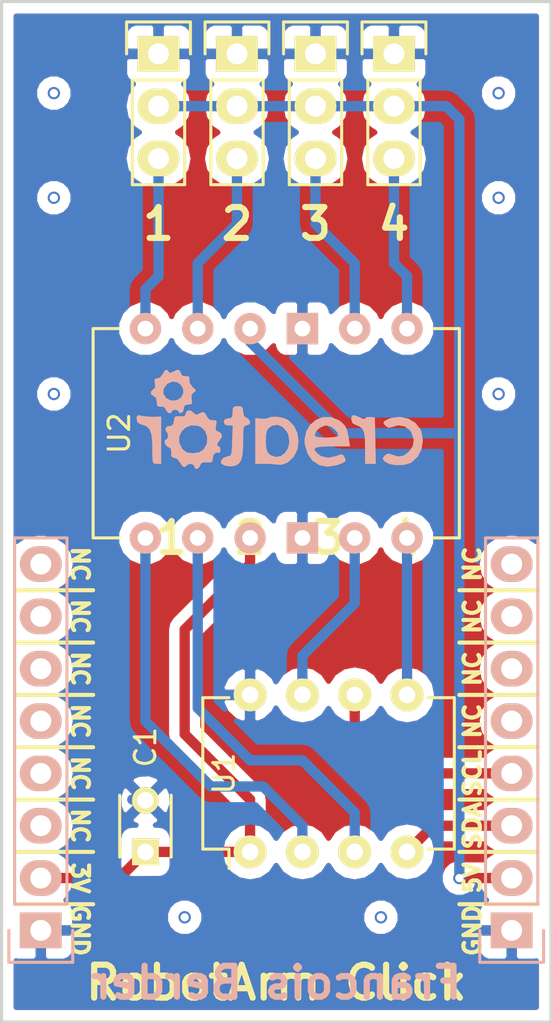
<source format=kicad_pcb>
(kicad_pcb (version 4) (host pcbnew 4.0.2+dfsg1-stable)

  (general
    (links 27)
    (no_connects 0)
    (area 133.909999 56.439999 160.730001 106.120001)
    (thickness 1.6)
    (drawings 44)
    (tracks 64)
    (zones 0)
    (modules 10)
    (nets 14)
  )

  (page A4)
  (layers
    (0 F.Cu signal)
    (31 B.Cu signal)
    (32 B.Adhes user hide)
    (33 F.Adhes user hide)
    (34 B.Paste user hide)
    (35 F.Paste user hide)
    (36 B.SilkS user)
    (37 F.SilkS user)
    (38 B.Mask user hide)
    (39 F.Mask user hide)
    (40 Dwgs.User user hide)
    (41 Cmts.User user hide)
    (42 Eco1.User user hide)
    (43 Eco2.User user hide)
    (44 Edge.Cuts user)
    (45 Margin user hide)
    (46 B.CrtYd user hide)
    (47 F.CrtYd user hide)
    (48 B.Fab user hide)
    (49 F.Fab user hide)
  )

  (setup
    (last_trace_width 0.5)
    (trace_clearance 0.2)
    (zone_clearance 0.508)
    (zone_45_only yes)
    (trace_min 0.2)
    (segment_width 0.2)
    (edge_width 0.15)
    (via_size 0.6)
    (via_drill 0.4)
    (via_min_size 0.4)
    (via_min_drill 0.3)
    (uvia_size 0.3)
    (uvia_drill 0.1)
    (uvias_allowed no)
    (uvia_min_size 0.2)
    (uvia_min_drill 0.1)
    (pcb_text_width 0.3)
    (pcb_text_size 1.5 1.5)
    (mod_edge_width 0.15)
    (mod_text_size 1 1)
    (mod_text_width 0.15)
    (pad_size 1.524 1.524)
    (pad_drill 0.762)
    (pad_to_mask_clearance 0.2)
    (aux_axis_origin 0 0)
    (grid_origin 160.02 88.9)
    (visible_elements FFFFFF7F)
    (pcbplotparams
      (layerselection 0x00030_80000001)
      (usegerberextensions false)
      (excludeedgelayer true)
      (linewidth 0.100000)
      (plotframeref false)
      (viasonmask false)
      (mode 1)
      (useauxorigin false)
      (hpglpennumber 1)
      (hpglpenspeed 20)
      (hpglpendiameter 15)
      (hpglpenoverlay 2)
      (psnegative false)
      (psa4output false)
      (plotreference true)
      (plotvalue true)
      (plotinvisibletext false)
      (padsonsilk false)
      (subtractmaskfromsilk false)
      (outputformat 1)
      (mirror false)
      (drillshape 1)
      (scaleselection 1)
      (outputdirectory ""))
  )

  (net 0 "")
  (net 1 +3V3)
  (net 2 GND)
  (net 3 /SERVO_CON_3_SIG)
  (net 4 /SERVO_CON_2_SIG)
  (net 5 /MIKROBUS_SDA)
  (net 6 /SERVO_CON_1_SIG)
  (net 7 /SERVO_CON_0_SIG)
  (net 8 /MIKROBUS_SCL)
  (net 9 /SERVO_CON_0_SIG_5V)
  (net 10 /SERVO_CON_1_SIG_5V)
  (net 11 /SERVO_CON_2_SIG_5V)
  (net 12 /SERVO_CON_3_SIG_5V)
  (net 13 +5V)

  (net_class Default "This is the default net class."
    (clearance 0.2)
    (trace_width 0.5)
    (via_dia 0.6)
    (via_drill 0.4)
    (uvia_dia 0.3)
    (uvia_drill 0.1)
    (add_net +3V3)
    (add_net +5V)
    (add_net /MIKROBUS_SCL)
    (add_net /MIKROBUS_SDA)
    (add_net /SERVO_CON_0_SIG)
    (add_net /SERVO_CON_0_SIG_5V)
    (add_net /SERVO_CON_1_SIG)
    (add_net /SERVO_CON_1_SIG_5V)
    (add_net /SERVO_CON_2_SIG)
    (add_net /SERVO_CON_2_SIG_5V)
    (add_net /SERVO_CON_3_SIG)
    (add_net /SERVO_CON_3_SIG_5V)
    (add_net GND)
  )

  (module Capacitors_ThroughHole:C_Disc_D3_P2.5 (layer F.Cu) (tedit 588A7AE5) (tstamp 586EAAD0)
    (at 140.97 97.79 90)
    (descr "Capacitor 3mm Disc, Pitch 2.5mm")
    (tags Capacitor)
    (path /586EACF2)
    (fp_text reference C1 (at 5.08 0 90) (layer F.SilkS)
      (effects (font (size 1 1) (thickness 0.15)))
    )
    (fp_text value C (at 1.25 2.5 90) (layer F.Fab)
      (effects (font (size 1 1) (thickness 0.15)))
    )
    (fp_line (start -0.9 -1.5) (end 3.4 -1.5) (layer F.CrtYd) (width 0.05))
    (fp_line (start 3.4 -1.5) (end 3.4 1.5) (layer F.CrtYd) (width 0.05))
    (fp_line (start 3.4 1.5) (end -0.9 1.5) (layer F.CrtYd) (width 0.05))
    (fp_line (start -0.9 1.5) (end -0.9 -1.5) (layer F.CrtYd) (width 0.05))
    (fp_line (start -0.25 -1.25) (end 2.75 -1.25) (layer F.SilkS) (width 0.15))
    (fp_line (start 2.75 1.25) (end -0.25 1.25) (layer F.SilkS) (width 0.15))
    (pad 1 thru_hole rect (at 0 0 90) (size 1.3 1.3) (drill 0.8) (layers *.Cu *.Mask F.SilkS)
      (net 1 +3V3))
    (pad 2 thru_hole circle (at 2.5 0 90) (size 1.3 1.3) (drill 0.8001) (layers *.Cu *.Mask F.SilkS)
      (net 2 GND))
    (model Capacitors_ThroughHole.3dshapes/C_Disc_D3_P2.5.wrl
      (at (xyz 0.0492126 0 0))
      (scale (xyz 1 1 1))
      (rotate (xyz 0 0 0))
    )
  )

  (module Housings_DIP:DIP-8_W7.62mm (layer F.Cu) (tedit 586FEE37) (tstamp 586EA5D2)
    (at 146.05 97.79 90)
    (descr "8-lead dip package, row spacing 7.62 mm (300 mils)")
    (tags "dil dip 2.54 300")
    (path /586E9C56)
    (fp_text reference U1 (at 3.81 -1.27 90) (layer F.SilkS)
      (effects (font (size 1 1) (thickness 0.15)))
    )
    (fp_text value "PIC12(L)F1552" (at 0 -3.72 90) (layer F.Fab)
      (effects (font (size 1 1) (thickness 0.15)))
    )
    (fp_line (start -1.05 -2.45) (end -1.05 10.1) (layer F.CrtYd) (width 0.05))
    (fp_line (start 8.65 -2.45) (end 8.65 10.1) (layer F.CrtYd) (width 0.05))
    (fp_line (start -1.05 -2.45) (end 8.65 -2.45) (layer F.CrtYd) (width 0.05))
    (fp_line (start -1.05 10.1) (end 8.65 10.1) (layer F.CrtYd) (width 0.05))
    (fp_line (start 0.135 -2.295) (end 0.135 -1.025) (layer F.SilkS) (width 0.15))
    (fp_line (start 7.485 -2.295) (end 7.485 -1.025) (layer F.SilkS) (width 0.15))
    (fp_line (start 7.485 9.915) (end 7.485 8.645) (layer F.SilkS) (width 0.15))
    (fp_line (start 0.135 9.915) (end 0.135 8.645) (layer F.SilkS) (width 0.15))
    (fp_line (start 0.135 -2.295) (end 7.485 -2.295) (layer F.SilkS) (width 0.15))
    (fp_line (start 0.135 9.915) (end 7.485 9.915) (layer F.SilkS) (width 0.15))
    (fp_line (start 0.135 -1.025) (end -0.8 -1.025) (layer F.SilkS) (width 0.15))
    (pad 1 thru_hole oval (at 0 0 90) (size 1.6 1.6) (drill 0.8) (layers *.Cu *.Mask F.SilkS)
      (net 1 +3V3))
    (pad 2 thru_hole oval (at 0 2.54 90) (size 1.6 1.6) (drill 0.8) (layers *.Cu *.Mask F.SilkS)
      (net 3 /SERVO_CON_3_SIG))
    (pad 3 thru_hole oval (at 0 5.08 90) (size 1.6 1.6) (drill 0.8) (layers *.Cu *.Mask F.SilkS)
      (net 4 /SERVO_CON_2_SIG))
    (pad 4 thru_hole oval (at 0 7.62 90) (size 1.6 1.6) (drill 0.8) (layers *.Cu *.Mask F.SilkS)
      (net 5 /MIKROBUS_SDA))
    (pad 5 thru_hole oval (at 7.62 7.62 90) (size 1.6 1.6) (drill 0.8) (layers *.Cu *.Mask F.SilkS)
      (net 7 /SERVO_CON_0_SIG))
    (pad 6 thru_hole oval (at 7.62 5.08 90) (size 1.6 1.6) (drill 0.8) (layers *.Cu *.Mask F.SilkS)
      (net 8 /MIKROBUS_SCL))
    (pad 7 thru_hole oval (at 7.62 2.54 90) (size 1.6 1.6) (drill 0.8) (layers *.Cu *.Mask F.SilkS)
      (net 6 /SERVO_CON_1_SIG))
    (pad 8 thru_hole oval (at 7.62 0 90) (size 1.6 1.6) (drill 0.8) (layers *.Cu *.Mask F.SilkS)
      (net 2 GND))
    (model Housings_DIP.3dshapes/DIP-8_W7.62mm.wrl
      (at (xyz 0 0 0))
      (scale (xyz 1 1 1))
      (rotate (xyz 0 0 0))
    )
  )

  (module Pin_Headers:Pin_Header_Straight_1x08 (layer B.Cu) (tedit 5874136C) (tstamp 58741371)
    (at 158.75 101.6)
    (descr "Through hole pin header")
    (tags "pin header")
    (path /587416E2)
    (fp_text reference U4 (at 0 5.1) (layer B.SilkS) hide
      (effects (font (size 1 1) (thickness 0.15)) (justify mirror))
    )
    (fp_text value MIKROBUS_CON_R (at 0 3.1) (layer B.Fab)
      (effects (font (size 1 1) (thickness 0.15)) (justify mirror))
    )
    (fp_line (start -1.75 1.75) (end -1.75 -19.55) (layer B.CrtYd) (width 0.05))
    (fp_line (start 1.75 1.75) (end 1.75 -19.55) (layer B.CrtYd) (width 0.05))
    (fp_line (start -1.75 1.75) (end 1.75 1.75) (layer B.CrtYd) (width 0.05))
    (fp_line (start -1.75 -19.55) (end 1.75 -19.55) (layer B.CrtYd) (width 0.05))
    (fp_line (start 1.27 -1.27) (end 1.27 -19.05) (layer B.SilkS) (width 0.15))
    (fp_line (start 1.27 -19.05) (end -1.27 -19.05) (layer B.SilkS) (width 0.15))
    (fp_line (start -1.27 -19.05) (end -1.27 -1.27) (layer B.SilkS) (width 0.15))
    (fp_line (start 1.55 1.55) (end 1.55 0) (layer B.SilkS) (width 0.15))
    (fp_line (start 1.27 -1.27) (end -1.27 -1.27) (layer B.SilkS) (width 0.15))
    (fp_line (start -1.55 0) (end -1.55 1.55) (layer B.SilkS) (width 0.15))
    (fp_line (start -1.55 1.55) (end 1.55 1.55) (layer B.SilkS) (width 0.15))
    (pad 1 thru_hole rect (at 0 0) (size 2.032 1.7272) (drill 1.016) (layers *.Cu *.Mask B.SilkS)
      (net 2 GND))
    (pad 2 thru_hole oval (at 0 -2.54) (size 2.032 1.7272) (drill 1.016) (layers *.Cu *.Mask B.SilkS)
      (net 13 +5V))
    (pad 3 thru_hole oval (at 0 -5.08) (size 2.032 1.7272) (drill 1.016) (layers *.Cu *.Mask B.SilkS)
      (net 5 /MIKROBUS_SDA))
    (pad 4 thru_hole oval (at 0 -7.62) (size 2.032 1.7272) (drill 1.016) (layers *.Cu *.Mask B.SilkS)
      (net 8 /MIKROBUS_SCL))
    (pad 5 thru_hole oval (at 0 -10.16) (size 2.032 1.7272) (drill 1.016) (layers *.Cu *.Mask B.SilkS))
    (pad 6 thru_hole oval (at 0 -12.7) (size 2.032 1.7272) (drill 1.016) (layers *.Cu *.Mask B.SilkS))
    (pad 7 thru_hole oval (at 0 -15.24) (size 2.032 1.7272) (drill 1.016) (layers *.Cu *.Mask B.SilkS))
    (pad 8 thru_hole oval (at 0 -17.78) (size 2.032 1.7272) (drill 1.016) (layers *.Cu *.Mask B.SilkS))
    (model Pin_Headers.3dshapes/Pin_Header_Straight_1x08.wrl
      (at (xyz 0 -0.35 0))
      (scale (xyz 1 1 1))
      (rotate (xyz 0 0 90))
    )
  )

  (module Pin_Headers:Pin_Header_Straight_1x08 (layer B.Cu) (tedit 58741378) (tstamp 58741366)
    (at 135.89 101.6)
    (descr "Through hole pin header")
    (tags "pin header")
    (path /5874160F)
    (fp_text reference U3 (at 0 5.1) (layer B.SilkS) hide
      (effects (font (size 1 1) (thickness 0.15)) (justify mirror))
    )
    (fp_text value MIKROBUS_CON_L (at 0 3.1) (layer B.Fab)
      (effects (font (size 1 1) (thickness 0.15)) (justify mirror))
    )
    (fp_line (start -1.75 1.75) (end -1.75 -19.55) (layer B.CrtYd) (width 0.05))
    (fp_line (start 1.75 1.75) (end 1.75 -19.55) (layer B.CrtYd) (width 0.05))
    (fp_line (start -1.75 1.75) (end 1.75 1.75) (layer B.CrtYd) (width 0.05))
    (fp_line (start -1.75 -19.55) (end 1.75 -19.55) (layer B.CrtYd) (width 0.05))
    (fp_line (start 1.27 -1.27) (end 1.27 -19.05) (layer B.SilkS) (width 0.15))
    (fp_line (start 1.27 -19.05) (end -1.27 -19.05) (layer B.SilkS) (width 0.15))
    (fp_line (start -1.27 -19.05) (end -1.27 -1.27) (layer B.SilkS) (width 0.15))
    (fp_line (start 1.55 1.55) (end 1.55 0) (layer B.SilkS) (width 0.15))
    (fp_line (start 1.27 -1.27) (end -1.27 -1.27) (layer B.SilkS) (width 0.15))
    (fp_line (start -1.55 0) (end -1.55 1.55) (layer B.SilkS) (width 0.15))
    (fp_line (start -1.55 1.55) (end 1.55 1.55) (layer B.SilkS) (width 0.15))
    (pad 1 thru_hole rect (at 0 0) (size 2.032 1.7272) (drill 1.016) (layers *.Cu *.Mask B.SilkS)
      (net 2 GND))
    (pad 2 thru_hole oval (at 0 -2.54) (size 2.032 1.7272) (drill 1.016) (layers *.Cu *.Mask B.SilkS)
      (net 1 +3V3))
    (pad 3 thru_hole oval (at 0 -5.08) (size 2.032 1.7272) (drill 1.016) (layers *.Cu *.Mask B.SilkS))
    (pad 4 thru_hole oval (at 0 -7.62) (size 2.032 1.7272) (drill 1.016) (layers *.Cu *.Mask B.SilkS))
    (pad 5 thru_hole oval (at 0 -10.16) (size 2.032 1.7272) (drill 1.016) (layers *.Cu *.Mask B.SilkS))
    (pad 6 thru_hole oval (at 0 -12.7) (size 2.032 1.7272) (drill 1.016) (layers *.Cu *.Mask B.SilkS))
    (pad 7 thru_hole oval (at 0 -15.24) (size 2.032 1.7272) (drill 1.016) (layers *.Cu *.Mask B.SilkS))
    (pad 8 thru_hole oval (at 0 -17.78) (size 2.032 1.7272) (drill 1.016) (layers *.Cu *.Mask B.SilkS))
    (model Pin_Headers.3dshapes/Pin_Header_Straight_1x08.wrl
      (at (xyz 0 -0.35 0))
      (scale (xyz 1 1 1))
      (rotate (xyz 0 0 90))
    )
  )

  (module Pin_Headers:Pin_Header_Straight_1x03 (layer F.Cu) (tedit 587411E5) (tstamp 586EA5D9)
    (at 153.035 59.055)
    (descr "Through hole pin header")
    (tags "pin header")
    (path /586EA260)
    (fp_text reference U5 (at 0 7.62) (layer F.SilkS) hide
      (effects (font (size 1 1) (thickness 0.15)))
    )
    (fp_text value SERVO_CON (at 0 -3.1) (layer F.Fab)
      (effects (font (size 1 1) (thickness 0.15)))
    )
    (fp_line (start -1.75 -1.75) (end -1.75 6.85) (layer F.CrtYd) (width 0.05))
    (fp_line (start 1.75 -1.75) (end 1.75 6.85) (layer F.CrtYd) (width 0.05))
    (fp_line (start -1.75 -1.75) (end 1.75 -1.75) (layer F.CrtYd) (width 0.05))
    (fp_line (start -1.75 6.85) (end 1.75 6.85) (layer F.CrtYd) (width 0.05))
    (fp_line (start -1.27 1.27) (end -1.27 6.35) (layer F.SilkS) (width 0.15))
    (fp_line (start -1.27 6.35) (end 1.27 6.35) (layer F.SilkS) (width 0.15))
    (fp_line (start 1.27 6.35) (end 1.27 1.27) (layer F.SilkS) (width 0.15))
    (fp_line (start 1.55 -1.55) (end 1.55 0) (layer F.SilkS) (width 0.15))
    (fp_line (start 1.27 1.27) (end -1.27 1.27) (layer F.SilkS) (width 0.15))
    (fp_line (start -1.55 0) (end -1.55 -1.55) (layer F.SilkS) (width 0.15))
    (fp_line (start -1.55 -1.55) (end 1.55 -1.55) (layer F.SilkS) (width 0.15))
    (pad 1 thru_hole rect (at 0 0) (size 2.032 1.7272) (drill 1.016) (layers *.Cu *.Mask F.SilkS)
      (net 2 GND))
    (pad 2 thru_hole oval (at 0 2.54) (size 2.032 1.7272) (drill 1.016) (layers *.Cu *.Mask F.SilkS)
      (net 13 +5V))
    (pad 3 thru_hole oval (at 0 5.08) (size 2.032 1.7272) (drill 1.016) (layers *.Cu *.Mask F.SilkS)
      (net 9 /SERVO_CON_0_SIG_5V))
    (model Pin_Headers.3dshapes/Pin_Header_Straight_1x03.wrl
      (at (xyz 0 -0.1 0))
      (scale (xyz 1 1 1))
      (rotate (xyz 0 0 90))
    )
  )

  (module Pin_Headers:Pin_Header_Straight_1x03 (layer F.Cu) (tedit 587411F9) (tstamp 586EA5E0)
    (at 149.225 59.055)
    (descr "Through hole pin header")
    (tags "pin header")
    (path /586E9EE5)
    (fp_text reference U6 (at 0 7.62) (layer F.SilkS) hide
      (effects (font (size 1 1) (thickness 0.15)))
    )
    (fp_text value SERVO_CON (at 0 -3.1) (layer F.Fab)
      (effects (font (size 1 1) (thickness 0.15)))
    )
    (fp_line (start -1.75 -1.75) (end -1.75 6.85) (layer F.CrtYd) (width 0.05))
    (fp_line (start 1.75 -1.75) (end 1.75 6.85) (layer F.CrtYd) (width 0.05))
    (fp_line (start -1.75 -1.75) (end 1.75 -1.75) (layer F.CrtYd) (width 0.05))
    (fp_line (start -1.75 6.85) (end 1.75 6.85) (layer F.CrtYd) (width 0.05))
    (fp_line (start -1.27 1.27) (end -1.27 6.35) (layer F.SilkS) (width 0.15))
    (fp_line (start -1.27 6.35) (end 1.27 6.35) (layer F.SilkS) (width 0.15))
    (fp_line (start 1.27 6.35) (end 1.27 1.27) (layer F.SilkS) (width 0.15))
    (fp_line (start 1.55 -1.55) (end 1.55 0) (layer F.SilkS) (width 0.15))
    (fp_line (start 1.27 1.27) (end -1.27 1.27) (layer F.SilkS) (width 0.15))
    (fp_line (start -1.55 0) (end -1.55 -1.55) (layer F.SilkS) (width 0.15))
    (fp_line (start -1.55 -1.55) (end 1.55 -1.55) (layer F.SilkS) (width 0.15))
    (pad 1 thru_hole rect (at 0 0) (size 2.032 1.7272) (drill 1.016) (layers *.Cu *.Mask F.SilkS)
      (net 2 GND))
    (pad 2 thru_hole oval (at 0 2.54) (size 2.032 1.7272) (drill 1.016) (layers *.Cu *.Mask F.SilkS)
      (net 13 +5V))
    (pad 3 thru_hole oval (at 0 5.08) (size 2.032 1.7272) (drill 1.016) (layers *.Cu *.Mask F.SilkS)
      (net 10 /SERVO_CON_1_SIG_5V))
    (model Pin_Headers.3dshapes/Pin_Header_Straight_1x03.wrl
      (at (xyz 0 -0.1 0))
      (scale (xyz 1 1 1))
      (rotate (xyz 0 0 90))
    )
  )

  (module Pin_Headers:Pin_Header_Straight_1x03 (layer F.Cu) (tedit 58741205) (tstamp 586EA5E7)
    (at 145.415 59.055)
    (descr "Through hole pin header")
    (tags "pin header")
    (path /586EA2F3)
    (fp_text reference U7 (at 0 7.62) (layer F.SilkS) hide
      (effects (font (size 1 1) (thickness 0.15)))
    )
    (fp_text value SERVO_CON (at 0 -3.1) (layer F.Fab)
      (effects (font (size 1 1) (thickness 0.15)))
    )
    (fp_line (start -1.75 -1.75) (end -1.75 6.85) (layer F.CrtYd) (width 0.05))
    (fp_line (start 1.75 -1.75) (end 1.75 6.85) (layer F.CrtYd) (width 0.05))
    (fp_line (start -1.75 -1.75) (end 1.75 -1.75) (layer F.CrtYd) (width 0.05))
    (fp_line (start -1.75 6.85) (end 1.75 6.85) (layer F.CrtYd) (width 0.05))
    (fp_line (start -1.27 1.27) (end -1.27 6.35) (layer F.SilkS) (width 0.15))
    (fp_line (start -1.27 6.35) (end 1.27 6.35) (layer F.SilkS) (width 0.15))
    (fp_line (start 1.27 6.35) (end 1.27 1.27) (layer F.SilkS) (width 0.15))
    (fp_line (start 1.55 -1.55) (end 1.55 0) (layer F.SilkS) (width 0.15))
    (fp_line (start 1.27 1.27) (end -1.27 1.27) (layer F.SilkS) (width 0.15))
    (fp_line (start -1.55 0) (end -1.55 -1.55) (layer F.SilkS) (width 0.15))
    (fp_line (start -1.55 -1.55) (end 1.55 -1.55) (layer F.SilkS) (width 0.15))
    (pad 1 thru_hole rect (at 0 0) (size 2.032 1.7272) (drill 1.016) (layers *.Cu *.Mask F.SilkS)
      (net 2 GND))
    (pad 2 thru_hole oval (at 0 2.54) (size 2.032 1.7272) (drill 1.016) (layers *.Cu *.Mask F.SilkS)
      (net 13 +5V))
    (pad 3 thru_hole oval (at 0 5.08) (size 2.032 1.7272) (drill 1.016) (layers *.Cu *.Mask F.SilkS)
      (net 11 /SERVO_CON_2_SIG_5V))
    (model Pin_Headers.3dshapes/Pin_Header_Straight_1x03.wrl
      (at (xyz 0 -0.1 0))
      (scale (xyz 1 1 1))
      (rotate (xyz 0 0 90))
    )
  )

  (module Pin_Headers:Pin_Header_Straight_1x03 (layer F.Cu) (tedit 5874120D) (tstamp 586EA5EE)
    (at 141.605 59.055)
    (descr "Through hole pin header")
    (tags "pin header")
    (path /586EA2AB)
    (fp_text reference U8 (at 0 7.62) (layer F.SilkS) hide
      (effects (font (size 1 1) (thickness 0.15)))
    )
    (fp_text value SERVO_CON (at 0 -3.1) (layer F.Fab)
      (effects (font (size 1 1) (thickness 0.15)))
    )
    (fp_line (start -1.75 -1.75) (end -1.75 6.85) (layer F.CrtYd) (width 0.05))
    (fp_line (start 1.75 -1.75) (end 1.75 6.85) (layer F.CrtYd) (width 0.05))
    (fp_line (start -1.75 -1.75) (end 1.75 -1.75) (layer F.CrtYd) (width 0.05))
    (fp_line (start -1.75 6.85) (end 1.75 6.85) (layer F.CrtYd) (width 0.05))
    (fp_line (start -1.27 1.27) (end -1.27 6.35) (layer F.SilkS) (width 0.15))
    (fp_line (start -1.27 6.35) (end 1.27 6.35) (layer F.SilkS) (width 0.15))
    (fp_line (start 1.27 6.35) (end 1.27 1.27) (layer F.SilkS) (width 0.15))
    (fp_line (start 1.55 -1.55) (end 1.55 0) (layer F.SilkS) (width 0.15))
    (fp_line (start 1.27 1.27) (end -1.27 1.27) (layer F.SilkS) (width 0.15))
    (fp_line (start -1.55 0) (end -1.55 -1.55) (layer F.SilkS) (width 0.15))
    (fp_line (start -1.55 -1.55) (end 1.55 -1.55) (layer F.SilkS) (width 0.15))
    (pad 1 thru_hole rect (at 0 0) (size 2.032 1.7272) (drill 1.016) (layers *.Cu *.Mask F.SilkS)
      (net 2 GND))
    (pad 2 thru_hole oval (at 0 2.54) (size 2.032 1.7272) (drill 1.016) (layers *.Cu *.Mask F.SilkS)
      (net 13 +5V))
    (pad 3 thru_hole oval (at 0 5.08) (size 2.032 1.7272) (drill 1.016) (layers *.Cu *.Mask F.SilkS)
      (net 12 /SERVO_CON_3_SIG_5V))
    (model Pin_Headers.3dshapes/Pin_Header_Straight_1x03.wrl
      (at (xyz 0 -0.1 0))
      (scale (xyz 1 1 1))
      (rotate (xyz 0 0 90))
    )
  )

  (module mylib:LOGIC_LEVEL_CONVERTER (layer F.Cu) (tedit 588A8025) (tstamp 588B3AD8)
    (at 158.75 62.23 90)
    (path /58866D9D)
    (fp_text reference U2 (at -15.24 -19.05 90) (layer F.SilkS)
      (effects (font (size 1 1) (thickness 0.15)))
    )
    (fp_text value LOGIC_LEVEL_CONVERTER (at 0 -0.5 90) (layer F.Fab)
      (effects (font (size 1 1) (thickness 0.15)))
    )
    (fp_line (start -20.32 -3.81) (end -20.32 -2.54) (layer F.SilkS) (width 0.15))
    (fp_line (start -20.32 -2.54) (end -10.16 -2.54) (layer F.SilkS) (width 0.15))
    (fp_line (start -10.16 -2.54) (end -10.16 -3.81) (layer F.SilkS) (width 0.15))
    (fp_line (start -20.32 -19.05) (end -20.32 -20.32) (layer F.SilkS) (width 0.15))
    (fp_line (start -20.32 -20.32) (end -10.16 -20.32) (layer F.SilkS) (width 0.15))
    (fp_line (start -10.16 -20.32) (end -10.16 -19.05) (layer F.SilkS) (width 0.15))
    (pad 1 thru_hole circle (at -10.16 -17.78 90) (size 1.524 1.524) (drill 0.762) (layers *.Cu *.SilkS *.Mask)
      (net 12 /SERVO_CON_3_SIG_5V))
    (pad 2 thru_hole circle (at -10.16 -15.24 90) (size 1.524 1.524) (drill 0.762) (layers *.Cu *.SilkS *.Mask)
      (net 11 /SERVO_CON_2_SIG_5V))
    (pad 3 thru_hole circle (at -10.16 -12.7 90) (size 1.524 1.524) (drill 0.762) (layers *.Cu *.SilkS *.Mask)
      (net 13 +5V))
    (pad 5 thru_hole circle (at -10.16 -7.62 90) (size 1.524 1.524) (drill 0.762) (layers *.Cu *.SilkS *.Mask)
      (net 10 /SERVO_CON_1_SIG_5V))
    (pad 6 thru_hole circle (at -10.16 -5.08 90) (size 1.524 1.524) (drill 0.762) (layers *.Cu *.SilkS *.Mask)
      (net 9 /SERVO_CON_0_SIG_5V))
    (pad 7 thru_hole circle (at -20.32 -17.78 90) (size 1.524 1.524) (drill 0.762) (layers *.Cu *.SilkS *.Mask)
      (net 3 /SERVO_CON_3_SIG))
    (pad 8 thru_hole circle (at -20.32 -15.24 90) (size 1.524 1.524) (drill 0.762) (layers *.Cu *.SilkS *.Mask)
      (net 4 /SERVO_CON_2_SIG))
    (pad 9 thru_hole circle (at -20.32 -12.7 90) (size 1.524 1.524) (drill 0.762) (layers *.Cu *.SilkS *.Mask)
      (net 1 +3V3))
    (pad 11 thru_hole circle (at -20.32 -7.62 90) (size 1.524 1.524) (drill 0.762) (layers *.Cu *.SilkS *.Mask)
      (net 6 /SERVO_CON_1_SIG))
    (pad 12 thru_hole circle (at -20.32 -5.08 90) (size 1.524 1.524) (drill 0.762) (layers *.Cu *.SilkS *.Mask)
      (net 7 /SERVO_CON_0_SIG))
    (pad 4 thru_hole rect (at -10.16 -10.16 90) (size 1.524 1.524) (drill 0.762) (layers *.Cu *.SilkS *.Mask)
      (net 2 GND))
    (pad 10 thru_hole rect (at -20.32 -10.16 90) (size 1.524 1.524) (drill 0.762) (layers *.Cu *.SilkS *.Mask)
      (net 2 GND))
  )

  (module mylib:CREATOR_LOGO (layer B.Cu) (tedit 0) (tstamp 588D4D45)
    (at 147.32 76.835)
    (fp_text reference G*** (at 0 0 180) (layer B.SilkS) hide
      (effects (font (thickness 0.3)) (justify mirror))
    )
    (fp_text value LOGO (at -0.75 0 180) (layer B.SilkS) hide
      (effects (font (thickness 0.3)) (justify mirror))
    )
    (fp_poly (pts (xy -4.316339 -0.457565) (xy -4.399385 -0.333604) (xy -4.402667 -0.293575) (xy -4.448426 -0.200577)
      (xy -4.609346 -0.17998) (xy -4.677833 -0.185084) (xy -4.869691 -0.185468) (xy -4.944611 -0.118981)
      (xy -4.953 -0.042333) (xy -4.994849 0.178152) (xy -5.102555 0.290768) (xy -5.198786 0.28777)
      (xy -5.311424 0.311336) (xy -5.376003 0.421384) (xy -5.35152 0.535342) (xy -5.330302 0.552618)
      (xy -5.264251 0.6601) (xy -5.254138 0.810013) (xy -5.299145 0.918394) (xy -5.334 0.931333)
      (xy -5.415245 0.987834) (xy -5.410944 1.112793) (xy -5.337408 1.239394) (xy -5.245061 1.295649)
      (xy -5.118232 1.375365) (xy -5.094132 1.550703) (xy -5.096894 1.580691) (xy -5.091094 1.756286)
      (xy -5.002868 1.81755) (xy -4.954069 1.820483) (xy -4.788706 1.89626) (xy -4.674282 2.053316)
      (xy -4.546483 2.245703) (xy -4.428824 2.272367) (xy -4.360333 2.201333) (xy -4.243016 2.125575)
      (xy -4.09191 2.128899) (xy -3.988886 2.202208) (xy -3.979333 2.243667) (xy -3.930267 2.354779)
      (xy -3.824391 2.35597) (xy -3.723689 2.257989) (xy -3.699164 2.195075) (xy -3.631275 2.074215)
      (xy -3.481402 2.040311) (xy -3.37179 2.046908) (xy -3.177199 2.048648) (xy -3.099926 1.985677)
      (xy -3.090333 1.905) (xy -3.047291 1.681395) (xy -2.934613 1.572605) (xy -2.833622 1.579089)
      (xy -2.732626 1.563084) (xy -2.709333 1.448392) (xy -2.743169 1.305966) (xy -2.794 1.27)
      (xy -2.873512 1.218375) (xy -2.836979 1.09132) (xy -2.751667 0.985762) (xy -2.639359 0.804653)
      (xy -3.349818 0.804653) (xy -3.36013 1.104547) (xy -3.387498 1.18734) (xy -3.536102 1.435848)
      (xy -3.749982 1.566167) (xy -4.074975 1.606055) (xy -4.079021 1.606092) (xy -4.343093 1.568058)
      (xy -4.534285 1.42387) (xy -4.565855 1.385582) (xy -4.70976 1.093492) (xy -4.712084 0.804457)
      (xy -4.598519 0.547835) (xy -4.394763 0.352984) (xy -4.126511 0.249261) (xy -3.819457 0.266026)
      (xy -3.646712 0.335431) (xy -3.452009 0.526382) (xy -3.349818 0.804653) (xy -2.639359 0.804653)
      (xy -2.63621 0.799575) (xy -2.666901 0.644987) (xy -2.802008 0.56604) (xy -2.920461 0.506983)
      (xy -2.943371 0.381989) (xy -2.920807 0.253121) (xy -2.893013 0.072235) (xy -2.938622 0.008924)
      (xy -3.0574 0.014455) (xy -3.249628 -0.023746) (xy -3.349322 -0.149666) (xy -3.458178 -0.339359)
      (xy -3.552955 -0.39673) (xy -3.684939 -0.345668) (xy -3.722245 -0.323367) (xy -3.873504 -0.257851)
      (xy -3.979477 -0.316218) (xy -4.022755 -0.370453) (xy -4.169305 -0.474196) (xy -4.316339 -0.457565)) (layer B.SilkS) (width 0.01))
    (fp_poly (pts (xy 2.270967 -0.147197) (xy 1.930397 -0.01618) (xy 1.649438 0.223582) (xy 1.455468 0.552398)
      (xy 1.375865 0.950571) (xy 1.387708 1.170988) (xy 1.520163 1.626115) (xy 1.764176 1.967993)
      (xy 2.098323 2.18331) (xy 2.501181 2.258757) (xy 2.951326 2.181022) (xy 2.9908 2.167029)
      (xy 3.23656 2.07) (xy 3.350302 1.993325) (xy 3.360458 1.903226) (xy 3.308315 1.789799)
      (xy 3.236715 1.683893) (xy 3.143741 1.663011) (xy 2.970416 1.720747) (xy 2.90843 1.746375)
      (xy 2.532253 1.82819) (xy 2.191696 1.753492) (xy 2.010833 1.631281) (xy 1.876459 1.486507)
      (xy 1.855839 1.384662) (xy 1.961969 1.319115) (xy 2.207848 1.283236) (xy 2.606471 1.270393)
      (xy 2.718947 1.27) (xy 3.575227 1.27) (xy 3.514924 0.867833) (xy 3.487992 0.734098)
      (xy 3.012761 0.734098) (xy 2.999516 0.771951) (xy 2.897114 0.810473) (xy 2.675269 0.837451)
      (xy 2.408003 0.846667) (xy 2.100911 0.838053) (xy 1.930871 0.807301) (xy 1.86625 0.747043)
      (xy 1.862667 0.719667) (xy 1.936784 0.529986) (xy 2.12032 0.362666) (xy 2.355049 0.263934)
      (xy 2.449188 0.254) (xy 2.639756 0.305515) (xy 2.827679 0.431382) (xy 2.96725 0.588583)
      (xy 3.012761 0.734098) (xy 3.487992 0.734098) (xy 3.443216 0.511766) (xy 3.337529 0.271788)
      (xy 3.167756 0.0947) (xy 3.02143 -0.004214) (xy 2.643771 -0.149773) (xy 2.270967 -0.147197)) (layer B.SilkS) (width 0.01))
    (fp_poly (pts (xy -2.033319 -0.660814) (xy -2.103314 -0.577024) (xy -2.116667 -0.381) (xy -2.132481 -0.180602)
      (xy -2.203646 -0.098563) (xy -2.328333 -0.084667) (xy -2.494314 -0.04498) (xy -2.54 0.084667)
      (xy -2.491253 0.216714) (xy -2.325037 0.254) (xy -2.110074 0.254) (xy -2.134537 0.994833)
      (xy -2.148225 1.349715) (xy -2.168079 1.569544) (xy -2.205253 1.688527) (xy -2.270905 1.74087)
      (xy -2.376191 1.760779) (xy -2.384667 1.761765) (xy -2.56932 1.832126) (xy -2.677314 1.960564)
      (xy -2.671663 2.096199) (xy -2.648609 2.124833) (xy -2.46665 2.212457) (xy -2.213472 2.242762)
      (xy -1.980601 2.205201) (xy -1.974035 2.202565) (xy -1.81234 2.101788) (xy -1.70423 1.937967)
      (xy -1.640613 1.68171) (xy -1.612396 1.303627) (xy -1.608667 1.021566) (xy -1.605875 0.657962)
      (xy -1.592779 0.431543) (xy -1.56229 0.31019) (xy -1.507325 0.261786) (xy -1.439333 0.254)
      (xy -1.29676 0.193279) (xy -1.27 0.094541) (xy -1.341511 -0.054444) (xy -1.439333 -0.109199)
      (xy -1.568818 -0.200351) (xy -1.608625 -0.40555) (xy -1.608667 -0.415407) (xy -1.628072 -0.599007)
      (xy -1.720932 -0.66823) (xy -1.862667 -0.677333) (xy -2.033319 -0.660814)) (layer B.SilkS) (width 0.01))
    (fp_poly (pts (xy 5.600741 -0.113535) (xy 5.406864 -0.03623) (xy 5.239971 0.06042) (xy 5.206021 0.137143)
      (xy 5.284932 0.246521) (xy 5.294725 0.257379) (xy 5.445858 0.365891) (xy 5.593091 0.335942)
      (xy 5.916521 0.243306) (xy 6.227642 0.293101) (xy 6.479771 0.472703) (xy 6.564798 0.598722)
      (xy 6.679832 0.949757) (xy 6.633414 1.260398) (xy 6.44118 1.530513) (xy 6.181611 1.725556)
      (xy 5.918791 1.76724) (xy 5.63119 1.678318) (xy 5.44846 1.623092) (xy 5.314929 1.679368)
      (xy 5.270396 1.720651) (xy 5.174751 1.840168) (xy 5.207347 1.93776) (xy 5.269226 2.003511)
      (xy 5.48729 2.12258) (xy 5.800202 2.179573) (xy 6.14457 2.172703) (xy 6.457005 2.10018)
      (xy 6.578723 2.040457) (xy 6.871511 1.763201) (xy 7.055199 1.394135) (xy 7.117938 0.980072)
      (xy 7.047879 0.567828) (xy 6.987053 0.427303) (xy 6.74231 0.125316) (xy 6.399163 -0.074437)
      (xy 6.003382 -0.15853) (xy 5.600741 -0.113535)) (layer B.SilkS) (width 0.01))
    (fp_poly (pts (xy -0.236251 -0.159268) (xy -0.37143 -0.108348) (xy -0.489811 -0.073787) (xy -0.697762 -0.07049)
      (xy -0.724208 -0.072501) (xy -1.016 -0.097641) (xy -1.016 2.12345) (xy -0.656167 2.110496)
      (xy -0.342865 2.116046) (xy -0.040418 2.146506) (xy 0 2.153486) (xy 0.281641 2.161264)
      (xy 0.550715 2.050063) (xy 0.576595 2.034194) (xy 0.856912 1.768258) (xy 1.024422 1.419376)
      (xy 1.07717 1.052473) (xy 0.641331 1.052473) (xy 0.579071 1.351685) (xy 0.43096 1.59097)
      (xy 0.222554 1.745462) (xy -0.02059 1.790299) (xy -0.272916 1.700618) (xy -0.353166 1.637878)
      (xy -0.452823 1.490318) (xy -0.499447 1.252512) (xy -0.506703 1.024044) (xy -0.495339 0.700202)
      (xy -0.450025 0.496669) (xy -0.350649 0.364988) (xy -0.191264 0.264105) (xy 0.052033 0.221486)
      (xy 0.296884 0.317463) (xy 0.500468 0.527218) (xy 0.592181 0.718194) (xy 0.641331 1.052473)
      (xy 1.07717 1.052473) (xy 1.080634 1.028382) (xy 1.02706 0.636113) (xy 0.865209 0.283402)
      (xy 0.596593 0.011085) (xy 0.499632 -0.046661) (xy 0.268818 -0.126256) (xy 0.001134 -0.165378)
      (xy -0.236251 -0.159268)) (layer B.SilkS) (width 0.01))
    (fp_poly (pts (xy 3.644209 -0.121398) (xy 3.640667 -0.048039) (xy 3.70488 0.14286) (xy 3.831167 0.215975)
      (xy 4.045231 0.299918) (xy 4.186297 0.418313) (xy 4.269014 0.604545) (xy 4.308031 0.891998)
      (xy 4.317997 1.314057) (xy 4.318 1.325455) (xy 4.318 2.116667) (xy 4.830915 2.116667)
      (xy 4.807291 0.994833) (xy 4.783667 -0.127) (xy 4.550833 -0.153791) (xy 4.382803 -0.144555)
      (xy 4.318 -0.088116) (xy 4.254422 -0.053561) (xy 4.075649 -0.121002) (xy 4.068205 -0.124826)
      (xy 3.827156 -0.231058) (xy 3.694901 -0.231546) (xy 3.644209 -0.121398)) (layer B.SilkS) (width 0.01))
    (fp_poly (pts (xy -6.766652 -0.170339) (xy -6.773333 -0.058931) (xy -6.735073 0.107155) (xy -6.588888 0.194055)
      (xy -6.519438 0.211643) (xy -6.298457 0.292971) (xy -6.149265 0.440615) (xy -6.059889 0.681952)
      (xy -6.018357 1.044361) (xy -6.011333 1.373505) (xy -6.009539 1.728825) (xy -5.997891 1.947806)
      (xy -5.966992 2.063442) (xy -5.907444 2.108728) (xy -5.809851 2.116658) (xy -5.799667 2.116667)
      (xy -5.588 2.116667) (xy -5.588 -0.170932) (xy -5.947833 -0.161015) (xy -6.238239 -0.169405)
      (xy -6.498612 -0.202736) (xy -6.5405 -0.21242) (xy -6.706662 -0.238764) (xy -6.766652 -0.170339)) (layer B.SilkS) (width 0.01))
    (fp_poly (pts (xy -5.416656 -2.399431) (xy -5.503333 -2.243667) (xy -5.635239 -2.069296) (xy -5.761965 -2.032)
      (xy -5.883364 -2.007404) (xy -5.906624 -1.900677) (xy -5.886691 -1.788735) (xy -5.874984 -1.590112)
      (xy -5.962875 -1.495741) (xy -5.96463 -1.495059) (xy -6.080238 -1.387955) (xy -6.073188 -1.253941)
      (xy -5.947833 -1.16886) (xy -5.829957 -1.073901) (xy -5.799667 -0.887486) (xy -5.779957 -0.710961)
      (xy -5.694468 -0.656524) (xy -5.602909 -0.662549) (xy -5.430961 -0.636445) (xy -5.360201 -0.514382)
      (xy -5.282662 -0.389841) (xy -5.171872 -0.33609) (xy -5.09042 -0.373466) (xy -5.08 -0.423333)
      (xy -5.009087 -0.492124) (xy -4.910667 -0.508) (xy -4.773086 -0.472544) (xy -4.741333 -0.423333)
      (xy -4.68527 -0.343763) (xy -4.569265 -0.373201) (xy -4.543778 -0.395111) (xy -4.495288 -0.519615)
      (xy -4.487333 -0.606778) (xy -4.431068 -0.72937) (xy -4.268939 -0.762) (xy -4.119263 -0.78035)
      (xy -4.081667 -0.870069) (xy -4.104774 -1.008901) (xy -4.116062 -1.215067) (xy -4.046909 -1.303516)
      (xy -4.50938 -1.303516) (xy -4.627455 -1.086167) (xy -4.848383 -0.955039) (xy -5.113373 -0.951059)
      (xy -5.3485 -1.071456) (xy -5.484872 -1.290316) (xy -5.468064 -1.531756) (xy -5.301761 -1.754579)
      (xy -5.286263 -1.767124) (xy -5.047328 -1.873697) (xy -4.81854 -1.847927) (xy -4.631532 -1.72251)
      (xy -4.517934 -1.530141) (xy -4.50938 -1.303516) (xy -4.046909 -1.303516) (xy -4.02041 -1.337409)
      (xy -4.005668 -1.346529) (xy -3.90843 -1.419912) (xy -3.932641 -1.493269) (xy -4.045204 -1.588614)
      (xy -4.199491 -1.796819) (xy -4.214537 -1.949486) (xy -4.222357 -2.102074) (xy -4.324645 -2.137902)
      (xy -4.387757 -2.131451) (xy -4.559706 -2.157555) (xy -4.630465 -2.279618) (xy -4.69947 -2.423386)
      (xy -4.821587 -2.439019) (xy -5.007544 -2.3495) (xy -5.151388 -2.286325) (xy -5.218314 -2.332642)
      (xy -5.225117 -2.3495) (xy -5.310269 -2.449997) (xy -5.416656 -2.399431)) (layer B.SilkS) (width 0.01))
  )

  (gr_text 5V (at 156.845 99.06 90) (layer F.SilkS)
    (effects (font (size 0.8 0.8) (thickness 0.2)))
  )
  (gr_text 4 (at 153.035 67.31) (layer F.SilkS)
    (effects (font (size 1.5 1.5) (thickness 0.3)))
  )
  (gr_text 3 (at 149.225 67.31) (layer F.SilkS)
    (effects (font (size 1.5 1.5) (thickness 0.3)))
  )
  (gr_text 2 (at 145.415 67.31) (layer F.SilkS)
    (effects (font (size 1.5 1.5) (thickness 0.3)))
  )
  (gr_text 1 (at 141.605 67.31) (layer F.SilkS)
    (effects (font (size 1.5 1.5) (thickness 0.3)))
  )
  (gr_text "RobotArm Click" (at 147.32 104.14) (layer F.SilkS)
    (effects (font (size 1.6 1.6) (thickness 0.3)))
  )
  (gr_line (start 133.985 106.045) (end 133.985 56.515) (angle 90) (layer Edge.Cuts) (width 0.15))
  (gr_line (start 160.655 106.045) (end 133.985 106.045) (angle 90) (layer Edge.Cuts) (width 0.15))
  (gr_line (start 160.655 56.515) (end 160.655 106.045) (angle 90) (layer Edge.Cuts) (width 0.15))
  (gr_line (start 133.985 56.515) (end 160.655 56.515) (angle 90) (layer Edge.Cuts) (width 0.15))
  (gr_line (start 134.62 97.79) (end 138.43 97.79) (angle 90) (layer F.SilkS) (width 0.2))
  (gr_line (start 134.62 85.09) (end 138.43 85.09) (angle 90) (layer F.SilkS) (width 0.2))
  (gr_line (start 134.62 87.63) (end 138.43 87.63) (angle 90) (layer F.SilkS) (width 0.2))
  (gr_line (start 134.62 90.17) (end 138.43 90.17) (angle 90) (layer F.SilkS) (width 0.2))
  (gr_line (start 134.62 92.71) (end 138.43 92.71) (angle 90) (layer F.SilkS) (width 0.2))
  (gr_line (start 134.62 95.25) (end 138.43 95.25) (angle 90) (layer F.SilkS) (width 0.2))
  (gr_line (start 134.62 100.33) (end 138.43 100.33) (angle 90) (layer F.SilkS) (width 0.2))
  (gr_text 3V (at 137.795 99.06 270) (layer F.SilkS)
    (effects (font (size 0.8 0.8) (thickness 0.2)))
  )
  (gr_text NC (at 137.795 96.52 270) (layer F.SilkS)
    (effects (font (size 0.8 0.8) (thickness 0.2)))
  )
  (gr_text NC (at 137.795 93.98 270) (layer F.SilkS)
    (effects (font (size 0.8 0.8) (thickness 0.2)))
  )
  (gr_text NC (at 137.795 91.44 270) (layer F.SilkS)
    (effects (font (size 0.8 0.8) (thickness 0.2)))
  )
  (gr_text NC (at 137.795 88.9 270) (layer F.SilkS)
    (effects (font (size 0.8 0.8) (thickness 0.2)))
  )
  (gr_text NC (at 137.795 86.36 270) (layer F.SilkS)
    (effects (font (size 0.8 0.8) (thickness 0.2)))
  )
  (gr_text NC (at 137.795 83.82 270) (layer F.SilkS)
    (effects (font (size 0.8 0.8) (thickness 0.2)))
  )
  (gr_line (start 160.02 90.17) (end 156.21 90.17) (angle 90) (layer F.SilkS) (width 0.2))
  (gr_line (start 156.21 87.63) (end 160.02 87.63) (angle 90) (layer F.SilkS) (width 0.2))
  (gr_line (start 160.02 85.09) (end 156.21 85.09) (angle 90) (layer F.SilkS) (width 0.2))
  (gr_text NC (at 156.845 83.82 90) (layer F.SilkS)
    (effects (font (size 0.8 0.8) (thickness 0.2)))
  )
  (gr_text NC (at 156.845 86.36 90) (layer F.SilkS)
    (effects (font (size 0.8 0.8) (thickness 0.2)))
  )
  (gr_text NC (at 156.845 88.9 90) (layer F.SilkS)
    (effects (font (size 0.8 0.8) (thickness 0.2)))
  )
  (gr_text NC (at 156.845 91.44 90) (layer F.SilkS)
    (effects (font (size 0.8 0.8) (thickness 0.2)))
  )
  (gr_text GND (at 137.795 101.6 270) (layer F.SilkS)
    (effects (font (size 0.8 0.8) (thickness 0.2)))
  )
  (gr_text GND (at 156.845 101.6 90) (layer F.SilkS)
    (effects (font (size 0.8 0.8) (thickness 0.2)))
  )
  (gr_line (start 156.21 92.71) (end 160.02 92.71) (angle 90) (layer F.SilkS) (width 0.2))
  (gr_line (start 160.02 97.79) (end 156.21 97.79) (angle 90) (layer F.SilkS) (width 0.2))
  (gr_line (start 160.02 100.33) (end 156.21 100.33) (angle 90) (layer F.SilkS) (width 0.2))
  (gr_text SCL (at 156.845 93.98 90) (layer F.SilkS)
    (effects (font (size 0.8 0.8) (thickness 0.2)))
  )
  (gr_text SDA (at 156.845 96.52 90) (layer F.SilkS)
    (effects (font (size 0.8 0.8) (thickness 0.2)))
  )
  (gr_line (start 160.02 95.25) (end 156.21 95.25) (angle 90) (layer F.SilkS) (width 0.2))
  (gr_text 4 (at 153.67 82.55) (layer F.SilkS)
    (effects (font (size 1.5 1.5) (thickness 0.3)))
  )
  (gr_text 3 (at 149.86 82.55) (layer F.SilkS)
    (effects (font (size 1.5 1.5) (thickness 0.3)))
  )
  (gr_text 2 (at 146.05 82.55) (layer F.SilkS)
    (effects (font (size 1.5 1.5) (thickness 0.3)))
  )
  (gr_text 1 (at 142.24 82.55) (layer F.SilkS)
    (effects (font (size 1.5 1.5) (thickness 0.3)))
  )
  (gr_text "Francois Berder" (at 147.32 104.14) (layer B.SilkS)
    (effects (font (size 1.5 1.5) (thickness 0.3)) (justify mirror))
  )

  (via (at 152.4 100.965) (size 0.6) (drill 0.4) (layers F.Cu B.Cu) (net 0))
  (via (at 142.875 100.965) (size 0.6) (drill 0.4) (layers F.Cu B.Cu) (net 0))
  (via (at 136.525 60.96) (size 0.6) (drill 0.4) (layers F.Cu B.Cu) (net 0))
  (via (at 158.115 75.565) (size 0.6) (drill 0.4) (layers F.Cu B.Cu) (net 0))
  (via (at 158.115 66.04) (size 0.6) (drill 0.4) (layers F.Cu B.Cu) (net 0))
  (via (at 158.115 60.96) (size 0.6) (drill 0.4) (layers F.Cu B.Cu) (net 0))
  (via (at 136.525 75.565) (size 0.6) (drill 0.4) (layers F.Cu B.Cu) (net 0))
  (via (at 136.525 66.04) (size 0.6) (drill 0.4) (layers F.Cu B.Cu) (net 0))
  (segment (start 146.05 82.55) (end 146.05 83.82) (width 0.5) (layer F.Cu) (net 1))
  (segment (start 146.05 95.25) (end 146.05 97.79) (width 0.5) (layer F.Cu) (net 1) (tstamp 588D4D9D))
  (segment (start 142.875 92.075) (end 146.05 95.25) (width 0.5) (layer F.Cu) (net 1) (tstamp 588D4D9C))
  (segment (start 142.875 86.995) (end 142.875 92.075) (width 0.5) (layer F.Cu) (net 1) (tstamp 588D4D9B))
  (segment (start 146.05 83.82) (end 142.875 86.995) (width 0.5) (layer F.Cu) (net 1) (tstamp 588D4D9A))
  (segment (start 140.97 97.79) (end 146.05 97.79) (width 0.5) (layer F.Cu) (net 1))
  (segment (start 135.89 99.06) (end 139.7 99.06) (width 0.5) (layer F.Cu) (net 1))
  (segment (start 139.7 99.06) (end 140.97 97.79) (width 0.5) (layer F.Cu) (net 1) (tstamp 588A6E60))
  (segment (start 135.8011 98.6536) (end 136.2964 98.6536) (width 0.5) (layer F.Cu) (net 1))
  (segment (start 140.335 95.25) (end 140.97 95.25) (width 0.5) (layer B.Cu) (net 2) (tstamp 58753202))
  (segment (start 140.335 95.25) (end 140.97 95.25) (width 0.5) (layer B.Cu) (net 2) (tstamp 5875319F))
  (segment (start 148.59 97.79) (end 148.59 96.52) (width 0.5) (layer B.Cu) (net 3))
  (segment (start 140.97 91.44) (end 140.97 82.55) (width 0.5) (layer B.Cu) (net 3) (tstamp 5886717B))
  (segment (start 144.145 94.615) (end 140.97 91.44) (width 0.5) (layer B.Cu) (net 3) (tstamp 58867179))
  (segment (start 146.685 94.615) (end 144.145 94.615) (width 0.5) (layer B.Cu) (net 3) (tstamp 58867178))
  (segment (start 148.59 96.52) (end 146.685 94.615) (width 0.5) (layer B.Cu) (net 3) (tstamp 58867177))
  (segment (start 151.13 97.79) (end 151.13 95.885) (width 0.5) (layer B.Cu) (net 4))
  (segment (start 143.51 90.805) (end 143.51 82.55) (width 0.5) (layer B.Cu) (net 4) (tstamp 58867170))
  (segment (start 146.05 93.345) (end 143.51 90.805) (width 0.5) (layer B.Cu) (net 4) (tstamp 5886716E))
  (segment (start 148.59 93.345) (end 146.05 93.345) (width 0.5) (layer B.Cu) (net 4) (tstamp 5886716C))
  (segment (start 151.13 95.885) (end 148.59 93.345) (width 0.5) (layer B.Cu) (net 4) (tstamp 5886716B))
  (segment (start 158.75 96.52) (end 154.94 96.52) (width 0.5) (layer F.Cu) (net 5))
  (segment (start 154.94 96.52) (end 153.67 97.79) (width 0.5) (layer F.Cu) (net 5) (tstamp 588A6E07))
  (segment (start 153.67 97.79) (end 153.67 97.79) (width 0.25) (layer F.Cu) (net 5) (status 30))
  (segment (start 151.13 82.55) (end 151.13 85.725) (width 0.5) (layer B.Cu) (net 6))
  (segment (start 148.59 88.265) (end 148.59 90.17) (width 0.5) (layer B.Cu) (net 6) (tstamp 58867168))
  (segment (start 151.13 85.725) (end 148.59 88.265) (width 0.5) (layer B.Cu) (net 6) (tstamp 58867167))
  (segment (start 153.67 90.17) (end 153.67 82.55) (width 0.5) (layer B.Cu) (net 7))
  (segment (start 158.2547 93.98) (end 158.6611 93.5736) (width 0.25) (layer B.Cu) (net 8) (tstamp 586EA753))
  (segment (start 158.75 93.98) (end 153.035 93.98) (width 0.5) (layer F.Cu) (net 8))
  (segment (start 151.13 92.075) (end 151.13 90.17) (width 0.5) (layer F.Cu) (net 8) (tstamp 588A6E0C))
  (segment (start 153.035 93.98) (end 151.13 92.075) (width 0.5) (layer F.Cu) (net 8) (tstamp 588A6E0B))
  (segment (start 153.035 64.135) (end 153.035 69.215) (width 0.5) (layer B.Cu) (net 9))
  (segment (start 153.67 69.85) (end 153.67 72.39) (width 0.5) (layer B.Cu) (net 9) (tstamp 588A7A5B))
  (segment (start 153.035 69.215) (end 153.67 69.85) (width 0.5) (layer B.Cu) (net 9) (tstamp 588A7A59))
  (segment (start 149.225 64.135) (end 149.225 67.31) (width 0.5) (layer B.Cu) (net 10))
  (segment (start 151.13 69.215) (end 151.13 72.39) (width 0.5) (layer B.Cu) (net 10) (tstamp 588A7816))
  (segment (start 149.225 67.31) (end 151.13 69.215) (width 0.5) (layer B.Cu) (net 10) (tstamp 588A7814))
  (segment (start 145.415 64.135) (end 145.415 67.31) (width 0.5) (layer B.Cu) (net 11))
  (segment (start 143.51 69.215) (end 143.51 72.39) (width 0.5) (layer B.Cu) (net 11) (tstamp 588A7823))
  (segment (start 145.415 67.31) (end 143.51 69.215) (width 0.5) (layer B.Cu) (net 11) (tstamp 588A7822))
  (segment (start 141.605 64.135) (end 141.605 69.85) (width 0.5) (layer B.Cu) (net 12))
  (segment (start 140.97 70.485) (end 140.97 72.39) (width 0.5) (layer B.Cu) (net 12) (tstamp 588A7A46))
  (segment (start 141.605 69.85) (end 140.97 70.485) (width 0.5) (layer B.Cu) (net 12) (tstamp 588A7A44))
  (via (at 156.21 99.06) (size 0.6) (drill 0.4) (layers F.Cu B.Cu) (net 13))
  (segment (start 156.21 99.06) (end 156.21 77.47) (width 0.5) (layer B.Cu) (net 13) (tstamp 588671D6))
  (segment (start 158.75 99.06) (end 156.21 99.06) (width 0.5) (layer F.Cu) (net 13))
  (segment (start 153.035 61.595) (end 155.575 61.595) (width 0.5) (layer B.Cu) (net 13))
  (segment (start 156.21 62.23) (end 156.21 77.47) (width 0.5) (layer B.Cu) (net 13) (tstamp 588A782D))
  (segment (start 155.575 61.595) (end 156.21 62.23) (width 0.5) (layer B.Cu) (net 13) (tstamp 588A782C))
  (segment (start 149.225 61.595) (end 153.035 61.595) (width 0.5) (layer B.Cu) (net 13))
  (segment (start 145.415 61.595) (end 149.225 61.595) (width 0.5) (layer B.Cu) (net 13))
  (segment (start 141.605 61.595) (end 145.415 61.595) (width 0.5) (layer B.Cu) (net 13))
  (segment (start 146.05 72.39) (end 146.05 73.025) (width 0.5) (layer B.Cu) (net 13))
  (segment (start 146.05 73.025) (end 150.495 77.47) (width 0.5) (layer B.Cu) (net 13) (tstamp 588671F5))
  (segment (start 150.495 77.47) (end 156.21 77.47) (width 0.5) (layer B.Cu) (net 13) (tstamp 588671F6))

  (zone (net 2) (net_name GND) (layer F.Cu) (tstamp 588A6FE7) (hatch edge 0.508)
    (connect_pads (clearance 0.508))
    (min_thickness 0.254)
    (fill yes (arc_segments 16) (thermal_gap 0.508) (thermal_bridge_width 0.508))
    (polygon
      (pts
        (xy 133.985 56.515) (xy 160.655 56.515) (xy 160.655 106.045) (xy 133.985 106.045)
      )
    )
    (filled_polygon
      (pts
        (xy 157.505585 97.57967) (xy 157.820366 97.79) (xy 157.505585 98.00033) (xy 157.388874 98.175) (xy 156.516822 98.175)
        (xy 156.396799 98.125162) (xy 156.024833 98.124838) (xy 155.681057 98.266883) (xy 155.417808 98.529673) (xy 155.275162 98.873201)
        (xy 155.274838 99.245167) (xy 155.416883 99.588943) (xy 155.679673 99.852192) (xy 156.023201 99.994838) (xy 156.395167 99.995162)
        (xy 156.516569 99.945) (xy 157.388874 99.945) (xy 157.505585 100.11967) (xy 157.52778 100.1345) (xy 157.374302 100.198073)
        (xy 157.195673 100.376701) (xy 157.099 100.61009) (xy 157.099 101.31425) (xy 157.25775 101.473) (xy 158.623 101.473)
        (xy 158.623 101.453) (xy 158.877 101.453) (xy 158.877 101.473) (xy 158.897 101.473) (xy 158.897 101.727)
        (xy 158.877 101.727) (xy 158.877 102.93985) (xy 159.03575 103.0986) (xy 159.892309 103.0986) (xy 159.945 103.076775)
        (xy 159.945 105.335) (xy 134.695 105.335) (xy 134.695 103.076775) (xy 134.747691 103.0986) (xy 135.60425 103.0986)
        (xy 135.763 102.93985) (xy 135.763 101.727) (xy 136.017 101.727) (xy 136.017 102.93985) (xy 136.17575 103.0986)
        (xy 137.032309 103.0986) (xy 137.265698 103.001927) (xy 137.444327 102.823299) (xy 137.541 102.58991) (xy 137.541 101.88575)
        (xy 137.38225 101.727) (xy 136.017 101.727) (xy 135.763 101.727) (xy 135.743 101.727) (xy 135.743 101.473)
        (xy 135.763 101.473) (xy 135.763 101.453) (xy 136.017 101.453) (xy 136.017 101.473) (xy 137.38225 101.473)
        (xy 137.541 101.31425) (xy 137.541 101.150167) (xy 141.939838 101.150167) (xy 142.081883 101.493943) (xy 142.344673 101.757192)
        (xy 142.688201 101.899838) (xy 143.060167 101.900162) (xy 143.403943 101.758117) (xy 143.667192 101.495327) (xy 143.809838 101.151799)
        (xy 143.809839 101.150167) (xy 151.464838 101.150167) (xy 151.606883 101.493943) (xy 151.869673 101.757192) (xy 152.213201 101.899838)
        (xy 152.585167 101.900162) (xy 152.620046 101.88575) (xy 157.099 101.88575) (xy 157.099 102.58991) (xy 157.195673 102.823299)
        (xy 157.374302 103.001927) (xy 157.607691 103.0986) (xy 158.46425 103.0986) (xy 158.623 102.93985) (xy 158.623 101.727)
        (xy 157.25775 101.727) (xy 157.099 101.88575) (xy 152.620046 101.88575) (xy 152.928943 101.758117) (xy 153.192192 101.495327)
        (xy 153.334838 101.151799) (xy 153.335162 100.779833) (xy 153.193117 100.436057) (xy 152.930327 100.172808) (xy 152.586799 100.030162)
        (xy 152.214833 100.029838) (xy 151.871057 100.171883) (xy 151.607808 100.434673) (xy 151.465162 100.778201) (xy 151.464838 101.150167)
        (xy 143.809839 101.150167) (xy 143.810162 100.779833) (xy 143.668117 100.436057) (xy 143.405327 100.172808) (xy 143.061799 100.030162)
        (xy 142.689833 100.029838) (xy 142.346057 100.171883) (xy 142.082808 100.434673) (xy 141.940162 100.778201) (xy 141.939838 101.150167)
        (xy 137.541 101.150167) (xy 137.541 100.61009) (xy 137.444327 100.376701) (xy 137.265698 100.198073) (xy 137.11222 100.1345)
        (xy 137.134415 100.11967) (xy 137.251126 99.945) (xy 139.699995 99.945) (xy 139.7 99.945001) (xy 139.982484 99.88881)
        (xy 140.038675 99.877633) (xy 140.32579 99.68579) (xy 140.92414 99.08744) (xy 141.62 99.08744) (xy 141.855317 99.043162)
        (xy 142.071441 98.90409) (xy 142.216431 98.69189) (xy 142.219851 98.675) (xy 144.929856 98.675) (xy 145.035302 98.832811)
        (xy 145.500849 99.14388) (xy 146.05 99.253113) (xy 146.599151 99.14388) (xy 147.064698 98.832811) (xy 147.32 98.450725)
        (xy 147.575302 98.832811) (xy 148.040849 99.14388) (xy 148.59 99.253113) (xy 149.139151 99.14388) (xy 149.604698 98.832811)
        (xy 149.86 98.450725) (xy 150.115302 98.832811) (xy 150.580849 99.14388) (xy 151.13 99.253113) (xy 151.679151 99.14388)
        (xy 152.144698 98.832811) (xy 152.4 98.450725) (xy 152.655302 98.832811) (xy 153.120849 99.14388) (xy 153.67 99.253113)
        (xy 154.219151 99.14388) (xy 154.684698 98.832811) (xy 154.995767 98.367264) (xy 155.105 97.818113) (xy 155.105 97.761887)
        (xy 155.079233 97.632347) (xy 155.306579 97.405) (xy 157.388874 97.405)
      )
    )
    (filled_polygon
      (pts
        (xy 159.945 82.727312) (xy 159.508234 82.435474) (xy 158.934745 82.3214) (xy 158.565255 82.3214) (xy 157.991766 82.435474)
        (xy 157.505585 82.76033) (xy 157.180729 83.246511) (xy 157.066655 83.82) (xy 157.180729 84.393489) (xy 157.505585 84.87967)
        (xy 157.820366 85.09) (xy 157.505585 85.30033) (xy 157.180729 85.786511) (xy 157.066655 86.36) (xy 157.180729 86.933489)
        (xy 157.505585 87.41967) (xy 157.820366 87.63) (xy 157.505585 87.84033) (xy 157.180729 88.326511) (xy 157.066655 88.9)
        (xy 157.180729 89.473489) (xy 157.505585 89.95967) (xy 157.820366 90.17) (xy 157.505585 90.38033) (xy 157.180729 90.866511)
        (xy 157.066655 91.44) (xy 157.180729 92.013489) (xy 157.505585 92.49967) (xy 157.820366 92.71) (xy 157.505585 92.92033)
        (xy 157.388874 93.095) (xy 153.401579 93.095) (xy 152.015 91.70842) (xy 152.015 91.299473) (xy 152.144698 91.212811)
        (xy 152.4 90.830725) (xy 152.655302 91.212811) (xy 153.120849 91.52388) (xy 153.67 91.633113) (xy 154.219151 91.52388)
        (xy 154.684698 91.212811) (xy 154.995767 90.747264) (xy 155.105 90.198113) (xy 155.105 90.141887) (xy 154.995767 89.592736)
        (xy 154.684698 89.127189) (xy 154.219151 88.81612) (xy 153.67 88.706887) (xy 153.120849 88.81612) (xy 152.655302 89.127189)
        (xy 152.4 89.509275) (xy 152.144698 89.127189) (xy 151.679151 88.81612) (xy 151.13 88.706887) (xy 150.580849 88.81612)
        (xy 150.115302 89.127189) (xy 149.86 89.509275) (xy 149.604698 89.127189) (xy 149.139151 88.81612) (xy 148.59 88.706887)
        (xy 148.040849 88.81612) (xy 147.575302 89.127189) (xy 147.305014 89.531703) (xy 147.202389 89.314866) (xy 146.787423 88.938959)
        (xy 146.399039 88.778096) (xy 146.177 88.900085) (xy 146.177 90.043) (xy 146.197 90.043) (xy 146.197 90.297)
        (xy 146.177 90.297) (xy 146.177 91.439915) (xy 146.399039 91.561904) (xy 146.787423 91.401041) (xy 147.202389 91.025134)
        (xy 147.305014 90.808297) (xy 147.575302 91.212811) (xy 148.040849 91.52388) (xy 148.59 91.633113) (xy 149.139151 91.52388)
        (xy 149.604698 91.212811) (xy 149.86 90.830725) (xy 150.115302 91.212811) (xy 150.245 91.299473) (xy 150.245 92.074995)
        (xy 150.244999 92.075) (xy 150.30119 92.357484) (xy 150.312367 92.413675) (xy 150.369827 92.49967) (xy 150.50421 92.70079)
        (xy 152.409208 94.605787) (xy 152.40921 94.60579) (xy 152.696325 94.797633) (xy 152.752516 94.80881) (xy 153.035 94.865001)
        (xy 153.035005 94.865) (xy 157.388874 94.865) (xy 157.505585 95.03967) (xy 157.820366 95.25) (xy 157.505585 95.46033)
        (xy 157.388874 95.635) (xy 154.940005 95.635) (xy 154.94 95.634999) (xy 154.601325 95.702367) (xy 154.31421 95.89421)
        (xy 154.314208 95.894213) (xy 153.846438 96.361983) (xy 153.67 96.326887) (xy 153.120849 96.43612) (xy 152.655302 96.747189)
        (xy 152.4 97.129275) (xy 152.144698 96.747189) (xy 151.679151 96.43612) (xy 151.13 96.326887) (xy 150.580849 96.43612)
        (xy 150.115302 96.747189) (xy 149.86 97.129275) (xy 149.604698 96.747189) (xy 149.139151 96.43612) (xy 148.59 96.326887)
        (xy 148.040849 96.43612) (xy 147.575302 96.747189) (xy 147.32 97.129275) (xy 147.064698 96.747189) (xy 146.935 96.660527)
        (xy 146.935 95.250005) (xy 146.935001 95.25) (xy 146.867633 94.911326) (xy 146.867633 94.911325) (xy 146.67579 94.62421)
        (xy 146.675787 94.624208) (xy 143.76 91.70842) (xy 143.76 90.519041) (xy 144.658086 90.519041) (xy 144.897611 91.025134)
        (xy 145.312577 91.401041) (xy 145.700961 91.561904) (xy 145.923 91.439915) (xy 145.923 90.297) (xy 144.779371 90.297)
        (xy 144.658086 90.519041) (xy 143.76 90.519041) (xy 143.76 89.820959) (xy 144.658086 89.820959) (xy 144.779371 90.043)
        (xy 145.923 90.043) (xy 145.923 88.900085) (xy 145.700961 88.778096) (xy 145.312577 88.938959) (xy 144.897611 89.314866)
        (xy 144.658086 89.820959) (xy 143.76 89.820959) (xy 143.76 87.36158) (xy 146.675787 84.445792) (xy 146.67579 84.44579)
        (xy 146.867633 84.158675) (xy 146.90969 83.947242) (xy 146.935001 83.82) (xy 146.935 83.819995) (xy 146.935 83.640478)
        (xy 147.193 83.382928) (xy 147.193 83.438309) (xy 147.289673 83.671698) (xy 147.468301 83.850327) (xy 147.70169 83.947)
        (xy 148.30425 83.947) (xy 148.463 83.78825) (xy 148.463 82.677) (xy 148.443 82.677) (xy 148.443 82.423)
        (xy 148.463 82.423) (xy 148.463 81.31175) (xy 148.717 81.31175) (xy 148.717 82.423) (xy 148.737 82.423)
        (xy 148.737 82.677) (xy 148.717 82.677) (xy 148.717 83.78825) (xy 148.87575 83.947) (xy 149.47831 83.947)
        (xy 149.711699 83.850327) (xy 149.890327 83.671698) (xy 149.987 83.438309) (xy 149.987 83.382386) (xy 150.33763 83.733629)
        (xy 150.8509 83.946757) (xy 151.406661 83.947242) (xy 151.920303 83.73501) (xy 152.313629 83.34237) (xy 152.399949 83.134488)
        (xy 152.48499 83.340303) (xy 152.87763 83.733629) (xy 153.3909 83.946757) (xy 153.946661 83.947242) (xy 154.460303 83.73501)
        (xy 154.853629 83.34237) (xy 155.066757 82.8291) (xy 155.067242 82.273339) (xy 154.85501 81.759697) (xy 154.46237 81.366371)
        (xy 153.9491 81.153243) (xy 153.393339 81.152758) (xy 152.879697 81.36499) (xy 152.486371 81.75763) (xy 152.400051 81.965512)
        (xy 152.31501 81.759697) (xy 151.92237 81.366371) (xy 151.4091 81.153243) (xy 150.853339 81.152758) (xy 150.339697 81.36499)
        (xy 149.987 81.717072) (xy 149.987 81.661691) (xy 149.890327 81.428302) (xy 149.711699 81.249673) (xy 149.47831 81.153)
        (xy 148.87575 81.153) (xy 148.717 81.31175) (xy 148.463 81.31175) (xy 148.30425 81.153) (xy 147.70169 81.153)
        (xy 147.468301 81.249673) (xy 147.289673 81.428302) (xy 147.193 81.661691) (xy 147.193 81.717614) (xy 146.84237 81.366371)
        (xy 146.3291 81.153243) (xy 145.773339 81.152758) (xy 145.259697 81.36499) (xy 144.866371 81.75763) (xy 144.780051 81.965512)
        (xy 144.69501 81.759697) (xy 144.30237 81.366371) (xy 143.7891 81.153243) (xy 143.233339 81.152758) (xy 142.719697 81.36499)
        (xy 142.326371 81.75763) (xy 142.240051 81.965512) (xy 142.15501 81.759697) (xy 141.76237 81.366371) (xy 141.2491 81.153243)
        (xy 140.693339 81.152758) (xy 140.179697 81.36499) (xy 139.786371 81.75763) (xy 139.573243 82.2709) (xy 139.572758 82.826661)
        (xy 139.78499 83.340303) (xy 140.17763 83.733629) (xy 140.6909 83.946757) (xy 141.246661 83.947242) (xy 141.760303 83.73501)
        (xy 142.153629 83.34237) (xy 142.239949 83.134488) (xy 142.32499 83.340303) (xy 142.71763 83.733629) (xy 143.2309 83.946757)
        (xy 143.786661 83.947242) (xy 144.300303 83.73501) (xy 144.693629 83.34237) (xy 144.779949 83.134488) (xy 144.86499 83.340303)
        (xy 145.071374 83.547047) (xy 142.24921 86.36921) (xy 142.057367 86.656325) (xy 142.057367 86.656326) (xy 141.989999 86.995)
        (xy 141.99 86.995005) (xy 141.99 92.074995) (xy 141.989999 92.075) (xy 142.04619 92.357484) (xy 142.057367 92.413675)
        (xy 142.114827 92.49967) (xy 142.24921 92.70079) (xy 145.165 95.616579) (xy 145.165 96.660527) (xy 145.035302 96.747189)
        (xy 144.929856 96.905) (xy 142.223222 96.905) (xy 142.223162 96.904683) (xy 142.08409 96.688559) (xy 141.87189 96.543569)
        (xy 141.62 96.49256) (xy 141.457615 96.49256) (xy 141.633729 96.419611) (xy 141.68941 96.189016) (xy 140.97 95.469605)
        (xy 140.25059 96.189016) (xy 140.306271 96.419611) (xy 140.515902 96.49256) (xy 140.32 96.49256) (xy 140.084683 96.536838)
        (xy 139.868559 96.67591) (xy 139.723569 96.88811) (xy 139.67256 97.14) (xy 139.67256 97.83586) (xy 139.33342 98.175)
        (xy 137.251126 98.175) (xy 137.134415 98.00033) (xy 136.819634 97.79) (xy 137.134415 97.57967) (xy 137.459271 97.093489)
        (xy 137.573345 96.52) (xy 137.459271 95.946511) (xy 137.134415 95.46033) (xy 136.819634 95.25) (xy 137.030538 95.109078)
        (xy 139.672378 95.109078) (xy 139.701917 95.619428) (xy 139.840389 95.953729) (xy 140.070984 96.00941) (xy 140.790395 95.29)
        (xy 141.149605 95.29) (xy 141.869016 96.00941) (xy 142.099611 95.953729) (xy 142.267622 95.470922) (xy 142.238083 94.960572)
        (xy 142.099611 94.626271) (xy 141.869016 94.57059) (xy 141.149605 95.29) (xy 140.790395 95.29) (xy 140.070984 94.57059)
        (xy 139.840389 94.626271) (xy 139.672378 95.109078) (xy 137.030538 95.109078) (xy 137.134415 95.03967) (xy 137.459271 94.553489)
        (xy 137.491595 94.390984) (xy 140.25059 94.390984) (xy 140.97 95.110395) (xy 141.68941 94.390984) (xy 141.633729 94.160389)
        (xy 141.150922 93.992378) (xy 140.640572 94.021917) (xy 140.306271 94.160389) (xy 140.25059 94.390984) (xy 137.491595 94.390984)
        (xy 137.573345 93.98) (xy 137.459271 93.406511) (xy 137.134415 92.92033) (xy 136.819634 92.71) (xy 137.134415 92.49967)
        (xy 137.459271 92.013489) (xy 137.573345 91.44) (xy 137.459271 90.866511) (xy 137.134415 90.38033) (xy 136.819634 90.17)
        (xy 137.134415 89.95967) (xy 137.459271 89.473489) (xy 137.573345 88.9) (xy 137.459271 88.326511) (xy 137.134415 87.84033)
        (xy 136.819634 87.63) (xy 137.134415 87.41967) (xy 137.459271 86.933489) (xy 137.573345 86.36) (xy 137.459271 85.786511)
        (xy 137.134415 85.30033) (xy 136.819634 85.09) (xy 137.134415 84.87967) (xy 137.459271 84.393489) (xy 137.573345 83.82)
        (xy 137.459271 83.246511) (xy 137.134415 82.76033) (xy 136.648234 82.435474) (xy 136.074745 82.3214) (xy 135.705255 82.3214)
        (xy 135.131766 82.435474) (xy 134.695 82.727312) (xy 134.695 75.750167) (xy 135.589838 75.750167) (xy 135.731883 76.093943)
        (xy 135.994673 76.357192) (xy 136.338201 76.499838) (xy 136.710167 76.500162) (xy 137.053943 76.358117) (xy 137.317192 76.095327)
        (xy 137.459838 75.751799) (xy 137.459839 75.750167) (xy 157.179838 75.750167) (xy 157.321883 76.093943) (xy 157.584673 76.357192)
        (xy 157.928201 76.499838) (xy 158.300167 76.500162) (xy 158.643943 76.358117) (xy 158.907192 76.095327) (xy 159.049838 75.751799)
        (xy 159.050162 75.379833) (xy 158.908117 75.036057) (xy 158.645327 74.772808) (xy 158.301799 74.630162) (xy 157.929833 74.629838)
        (xy 157.586057 74.771883) (xy 157.322808 75.034673) (xy 157.180162 75.378201) (xy 157.179838 75.750167) (xy 137.459839 75.750167)
        (xy 137.460162 75.379833) (xy 137.318117 75.036057) (xy 137.055327 74.772808) (xy 136.711799 74.630162) (xy 136.339833 74.629838)
        (xy 135.996057 74.771883) (xy 135.732808 75.034673) (xy 135.590162 75.378201) (xy 135.589838 75.750167) (xy 134.695 75.750167)
        (xy 134.695 72.666661) (xy 139.572758 72.666661) (xy 139.78499 73.180303) (xy 140.17763 73.573629) (xy 140.6909 73.786757)
        (xy 141.246661 73.787242) (xy 141.760303 73.57501) (xy 142.153629 73.18237) (xy 142.239949 72.974488) (xy 142.32499 73.180303)
        (xy 142.71763 73.573629) (xy 143.2309 73.786757) (xy 143.786661 73.787242) (xy 144.300303 73.57501) (xy 144.693629 73.18237)
        (xy 144.779949 72.974488) (xy 144.86499 73.180303) (xy 145.25763 73.573629) (xy 145.7709 73.786757) (xy 146.326661 73.787242)
        (xy 146.840303 73.57501) (xy 147.193 73.222928) (xy 147.193 73.278309) (xy 147.289673 73.511698) (xy 147.468301 73.690327)
        (xy 147.70169 73.787) (xy 148.30425 73.787) (xy 148.463 73.62825) (xy 148.463 72.517) (xy 148.443 72.517)
        (xy 148.443 72.263) (xy 148.463 72.263) (xy 148.463 71.15175) (xy 148.717 71.15175) (xy 148.717 72.263)
        (xy 148.737 72.263) (xy 148.737 72.517) (xy 148.717 72.517) (xy 148.717 73.62825) (xy 148.87575 73.787)
        (xy 149.47831 73.787) (xy 149.711699 73.690327) (xy 149.890327 73.511698) (xy 149.987 73.278309) (xy 149.987 73.222386)
        (xy 150.33763 73.573629) (xy 150.8509 73.786757) (xy 151.406661 73.787242) (xy 151.920303 73.57501) (xy 152.313629 73.18237)
        (xy 152.399949 72.974488) (xy 152.48499 73.180303) (xy 152.87763 73.573629) (xy 153.3909 73.786757) (xy 153.946661 73.787242)
        (xy 154.460303 73.57501) (xy 154.853629 73.18237) (xy 155.066757 72.6691) (xy 155.067242 72.113339) (xy 154.85501 71.599697)
        (xy 154.46237 71.206371) (xy 153.9491 70.993243) (xy 153.393339 70.992758) (xy 152.879697 71.20499) (xy 152.486371 71.59763)
        (xy 152.400051 71.805512) (xy 152.31501 71.599697) (xy 151.92237 71.206371) (xy 151.4091 70.993243) (xy 150.853339 70.992758)
        (xy 150.339697 71.20499) (xy 149.987 71.557072) (xy 149.987 71.501691) (xy 149.890327 71.268302) (xy 149.711699 71.089673)
        (xy 149.47831 70.993) (xy 148.87575 70.993) (xy 148.717 71.15175) (xy 148.463 71.15175) (xy 148.30425 70.993)
        (xy 147.70169 70.993) (xy 147.468301 71.089673) (xy 147.289673 71.268302) (xy 147.193 71.501691) (xy 147.193 71.557614)
        (xy 146.84237 71.206371) (xy 146.3291 70.993243) (xy 145.773339 70.992758) (xy 145.259697 71.20499) (xy 144.866371 71.59763)
        (xy 144.780051 71.805512) (xy 144.69501 71.599697) (xy 144.30237 71.206371) (xy 143.7891 70.993243) (xy 143.233339 70.992758)
        (xy 142.719697 71.20499) (xy 142.326371 71.59763) (xy 142.240051 71.805512) (xy 142.15501 71.599697) (xy 141.76237 71.206371)
        (xy 141.2491 70.993243) (xy 140.693339 70.992758) (xy 140.179697 71.20499) (xy 139.786371 71.59763) (xy 139.573243 72.1109)
        (xy 139.572758 72.666661) (xy 134.695 72.666661) (xy 134.695 66.225167) (xy 135.589838 66.225167) (xy 135.731883 66.568943)
        (xy 135.994673 66.832192) (xy 136.338201 66.974838) (xy 136.710167 66.975162) (xy 137.053943 66.833117) (xy 137.317192 66.570327)
        (xy 137.459838 66.226799) (xy 137.459839 66.225167) (xy 157.179838 66.225167) (xy 157.321883 66.568943) (xy 157.584673 66.832192)
        (xy 157.928201 66.974838) (xy 158.300167 66.975162) (xy 158.643943 66.833117) (xy 158.907192 66.570327) (xy 159.049838 66.226799)
        (xy 159.050162 65.854833) (xy 158.908117 65.511057) (xy 158.645327 65.247808) (xy 158.301799 65.105162) (xy 157.929833 65.104838)
        (xy 157.586057 65.246883) (xy 157.322808 65.509673) (xy 157.180162 65.853201) (xy 157.179838 66.225167) (xy 137.459839 66.225167)
        (xy 137.460162 65.854833) (xy 137.318117 65.511057) (xy 137.055327 65.247808) (xy 136.711799 65.105162) (xy 136.339833 65.104838)
        (xy 135.996057 65.246883) (xy 135.732808 65.509673) (xy 135.590162 65.853201) (xy 135.589838 66.225167) (xy 134.695 66.225167)
        (xy 134.695 61.145167) (xy 135.589838 61.145167) (xy 135.731883 61.488943) (xy 135.994673 61.752192) (xy 136.338201 61.894838)
        (xy 136.710167 61.895162) (xy 137.053943 61.753117) (xy 137.212336 61.595) (xy 139.921655 61.595) (xy 140.035729 62.168489)
        (xy 140.360585 62.65467) (xy 140.675366 62.865) (xy 140.360585 63.07533) (xy 140.035729 63.561511) (xy 139.921655 64.135)
        (xy 140.035729 64.708489) (xy 140.360585 65.19467) (xy 140.846766 65.519526) (xy 141.420255 65.6336) (xy 141.789745 65.6336)
        (xy 142.363234 65.519526) (xy 142.849415 65.19467) (xy 143.174271 64.708489) (xy 143.288345 64.135) (xy 143.174271 63.561511)
        (xy 142.849415 63.07533) (xy 142.534634 62.865) (xy 142.849415 62.65467) (xy 143.174271 62.168489) (xy 143.288345 61.595)
        (xy 143.731655 61.595) (xy 143.845729 62.168489) (xy 144.170585 62.65467) (xy 144.485366 62.865) (xy 144.170585 63.07533)
        (xy 143.845729 63.561511) (xy 143.731655 64.135) (xy 143.845729 64.708489) (xy 144.170585 65.19467) (xy 144.656766 65.519526)
        (xy 145.230255 65.6336) (xy 145.599745 65.6336) (xy 146.173234 65.519526) (xy 146.659415 65.19467) (xy 146.984271 64.708489)
        (xy 147.098345 64.135) (xy 146.984271 63.561511) (xy 146.659415 63.07533) (xy 146.344634 62.865) (xy 146.659415 62.65467)
        (xy 146.984271 62.168489) (xy 147.098345 61.595) (xy 147.541655 61.595) (xy 147.655729 62.168489) (xy 147.980585 62.65467)
        (xy 148.295366 62.865) (xy 147.980585 63.07533) (xy 147.655729 63.561511) (xy 147.541655 64.135) (xy 147.655729 64.708489)
        (xy 147.980585 65.19467) (xy 148.466766 65.519526) (xy 149.040255 65.6336) (xy 149.409745 65.6336) (xy 149.983234 65.519526)
        (xy 150.469415 65.19467) (xy 150.794271 64.708489) (xy 150.908345 64.135) (xy 150.794271 63.561511) (xy 150.469415 63.07533)
        (xy 150.154634 62.865) (xy 150.469415 62.65467) (xy 150.794271 62.168489) (xy 150.908345 61.595) (xy 151.351655 61.595)
        (xy 151.465729 62.168489) (xy 151.790585 62.65467) (xy 152.105366 62.865) (xy 151.790585 63.07533) (xy 151.465729 63.561511)
        (xy 151.351655 64.135) (xy 151.465729 64.708489) (xy 151.790585 65.19467) (xy 152.276766 65.519526) (xy 152.850255 65.6336)
        (xy 153.219745 65.6336) (xy 153.793234 65.519526) (xy 154.279415 65.19467) (xy 154.604271 64.708489) (xy 154.718345 64.135)
        (xy 154.604271 63.561511) (xy 154.279415 63.07533) (xy 153.964634 62.865) (xy 154.279415 62.65467) (xy 154.604271 62.168489)
        (xy 154.718345 61.595) (xy 154.628868 61.145167) (xy 157.179838 61.145167) (xy 157.321883 61.488943) (xy 157.584673 61.752192)
        (xy 157.928201 61.894838) (xy 158.300167 61.895162) (xy 158.643943 61.753117) (xy 158.907192 61.490327) (xy 159.049838 61.146799)
        (xy 159.050162 60.774833) (xy 158.908117 60.431057) (xy 158.645327 60.167808) (xy 158.301799 60.025162) (xy 157.929833 60.024838)
        (xy 157.586057 60.166883) (xy 157.322808 60.429673) (xy 157.180162 60.773201) (xy 157.179838 61.145167) (xy 154.628868 61.145167)
        (xy 154.604271 61.021511) (xy 154.279415 60.53533) (xy 154.25722 60.5205) (xy 154.410698 60.456927) (xy 154.589327 60.278299)
        (xy 154.686 60.04491) (xy 154.686 59.34075) (xy 154.52725 59.182) (xy 153.162 59.182) (xy 153.162 59.202)
        (xy 152.908 59.202) (xy 152.908 59.182) (xy 151.54275 59.182) (xy 151.384 59.34075) (xy 151.384 60.04491)
        (xy 151.480673 60.278299) (xy 151.659302 60.456927) (xy 151.81278 60.5205) (xy 151.790585 60.53533) (xy 151.465729 61.021511)
        (xy 151.351655 61.595) (xy 150.908345 61.595) (xy 150.794271 61.021511) (xy 150.469415 60.53533) (xy 150.44722 60.5205)
        (xy 150.600698 60.456927) (xy 150.779327 60.278299) (xy 150.876 60.04491) (xy 150.876 59.34075) (xy 150.71725 59.182)
        (xy 149.352 59.182) (xy 149.352 59.202) (xy 149.098 59.202) (xy 149.098 59.182) (xy 147.73275 59.182)
        (xy 147.574 59.34075) (xy 147.574 60.04491) (xy 147.670673 60.278299) (xy 147.849302 60.456927) (xy 148.00278 60.5205)
        (xy 147.980585 60.53533) (xy 147.655729 61.021511) (xy 147.541655 61.595) (xy 147.098345 61.595) (xy 146.984271 61.021511)
        (xy 146.659415 60.53533) (xy 146.63722 60.5205) (xy 146.790698 60.456927) (xy 146.969327 60.278299) (xy 147.066 60.04491)
        (xy 147.066 59.34075) (xy 146.90725 59.182) (xy 145.542 59.182) (xy 145.542 59.202) (xy 145.288 59.202)
        (xy 145.288 59.182) (xy 143.92275 59.182) (xy 143.764 59.34075) (xy 143.764 60.04491) (xy 143.860673 60.278299)
        (xy 144.039302 60.456927) (xy 144.19278 60.5205) (xy 144.170585 60.53533) (xy 143.845729 61.021511) (xy 143.731655 61.595)
        (xy 143.288345 61.595) (xy 143.174271 61.021511) (xy 142.849415 60.53533) (xy 142.82722 60.5205) (xy 142.980698 60.456927)
        (xy 143.159327 60.278299) (xy 143.256 60.04491) (xy 143.256 59.34075) (xy 143.09725 59.182) (xy 141.732 59.182)
        (xy 141.732 59.202) (xy 141.478 59.202) (xy 141.478 59.182) (xy 140.11275 59.182) (xy 139.954 59.34075)
        (xy 139.954 60.04491) (xy 140.050673 60.278299) (xy 140.229302 60.456927) (xy 140.38278 60.5205) (xy 140.360585 60.53533)
        (xy 140.035729 61.021511) (xy 139.921655 61.595) (xy 137.212336 61.595) (xy 137.317192 61.490327) (xy 137.459838 61.146799)
        (xy 137.460162 60.774833) (xy 137.318117 60.431057) (xy 137.055327 60.167808) (xy 136.711799 60.025162) (xy 136.339833 60.024838)
        (xy 135.996057 60.166883) (xy 135.732808 60.429673) (xy 135.590162 60.773201) (xy 135.589838 61.145167) (xy 134.695 61.145167)
        (xy 134.695 58.06509) (xy 139.954 58.06509) (xy 139.954 58.76925) (xy 140.11275 58.928) (xy 141.478 58.928)
        (xy 141.478 57.71515) (xy 141.732 57.71515) (xy 141.732 58.928) (xy 143.09725 58.928) (xy 143.256 58.76925)
        (xy 143.256 58.06509) (xy 143.764 58.06509) (xy 143.764 58.76925) (xy 143.92275 58.928) (xy 145.288 58.928)
        (xy 145.288 57.71515) (xy 145.542 57.71515) (xy 145.542 58.928) (xy 146.90725 58.928) (xy 147.066 58.76925)
        (xy 147.066 58.06509) (xy 147.574 58.06509) (xy 147.574 58.76925) (xy 147.73275 58.928) (xy 149.098 58.928)
        (xy 149.098 57.71515) (xy 149.352 57.71515) (xy 149.352 58.928) (xy 150.71725 58.928) (xy 150.876 58.76925)
        (xy 150.876 58.06509) (xy 151.384 58.06509) (xy 151.384 58.76925) (xy 151.54275 58.928) (xy 152.908 58.928)
        (xy 152.908 57.71515) (xy 153.162 57.71515) (xy 153.162 58.928) (xy 154.52725 58.928) (xy 154.686 58.76925)
        (xy 154.686 58.06509) (xy 154.589327 57.831701) (xy 154.410698 57.653073) (xy 154.177309 57.5564) (xy 153.32075 57.5564)
        (xy 153.162 57.71515) (xy 152.908 57.71515) (xy 152.74925 57.5564) (xy 151.892691 57.5564) (xy 151.659302 57.653073)
        (xy 151.480673 57.831701) (xy 151.384 58.06509) (xy 150.876 58.06509) (xy 150.779327 57.831701) (xy 150.600698 57.653073)
        (xy 150.367309 57.5564) (xy 149.51075 57.5564) (xy 149.352 57.71515) (xy 149.098 57.71515) (xy 148.93925 57.5564)
        (xy 148.082691 57.5564) (xy 147.849302 57.653073) (xy 147.670673 57.831701) (xy 147.574 58.06509) (xy 147.066 58.06509)
        (xy 146.969327 57.831701) (xy 146.790698 57.653073) (xy 146.557309 57.5564) (xy 145.70075 57.5564) (xy 145.542 57.71515)
        (xy 145.288 57.71515) (xy 145.12925 57.5564) (xy 144.272691 57.5564) (xy 144.039302 57.653073) (xy 143.860673 57.831701)
        (xy 143.764 58.06509) (xy 143.256 58.06509) (xy 143.159327 57.831701) (xy 142.980698 57.653073) (xy 142.747309 57.5564)
        (xy 141.89075 57.5564) (xy 141.732 57.71515) (xy 141.478 57.71515) (xy 141.31925 57.5564) (xy 140.462691 57.5564)
        (xy 140.229302 57.653073) (xy 140.050673 57.831701) (xy 139.954 58.06509) (xy 134.695 58.06509) (xy 134.695 57.225)
        (xy 159.945 57.225)
      )
    )
  )
  (zone (net 2) (net_name GND) (layer B.Cu) (tstamp 588A6FF3) (hatch edge 0.508)
    (connect_pads (clearance 0.508))
    (min_thickness 0.254)
    (fill yes (arc_segments 16) (thermal_gap 0.508) (thermal_bridge_width 0.508))
    (polygon
      (pts
        (xy 133.985 56.515) (xy 160.655 56.515) (xy 160.655 106.045) (xy 133.985 106.045)
      )
    )
    (filled_polygon
      (pts
        (xy 159.945 82.727312) (xy 159.508234 82.435474) (xy 158.934745 82.3214) (xy 158.565255 82.3214) (xy 157.991766 82.435474)
        (xy 157.505585 82.76033) (xy 157.180729 83.246511) (xy 157.095 83.6775) (xy 157.095 75.750167) (xy 157.179838 75.750167)
        (xy 157.321883 76.093943) (xy 157.584673 76.357192) (xy 157.928201 76.499838) (xy 158.300167 76.500162) (xy 158.643943 76.358117)
        (xy 158.907192 76.095327) (xy 159.049838 75.751799) (xy 159.050162 75.379833) (xy 158.908117 75.036057) (xy 158.645327 74.772808)
        (xy 158.301799 74.630162) (xy 157.929833 74.629838) (xy 157.586057 74.771883) (xy 157.322808 75.034673) (xy 157.180162 75.378201)
        (xy 157.179838 75.750167) (xy 157.095 75.750167) (xy 157.095 66.225167) (xy 157.179838 66.225167) (xy 157.321883 66.568943)
        (xy 157.584673 66.832192) (xy 157.928201 66.974838) (xy 158.300167 66.975162) (xy 158.643943 66.833117) (xy 158.907192 66.570327)
        (xy 159.049838 66.226799) (xy 159.050162 65.854833) (xy 158.908117 65.511057) (xy 158.645327 65.247808) (xy 158.301799 65.105162)
        (xy 157.929833 65.104838) (xy 157.586057 65.246883) (xy 157.322808 65.509673) (xy 157.180162 65.853201) (xy 157.179838 66.225167)
        (xy 157.095 66.225167) (xy 157.095 62.230005) (xy 157.095001 62.23) (xy 157.027634 61.891326) (xy 156.934668 61.752192)
        (xy 156.83579 61.60421) (xy 156.835787 61.604208) (xy 156.376747 61.145167) (xy 157.179838 61.145167) (xy 157.321883 61.488943)
        (xy 157.584673 61.752192) (xy 157.928201 61.894838) (xy 158.300167 61.895162) (xy 158.643943 61.753117) (xy 158.907192 61.490327)
        (xy 159.049838 61.146799) (xy 159.050162 60.774833) (xy 158.908117 60.431057) (xy 158.645327 60.167808) (xy 158.301799 60.025162)
        (xy 157.929833 60.024838) (xy 157.586057 60.166883) (xy 157.322808 60.429673) (xy 157.180162 60.773201) (xy 157.179838 61.145167)
        (xy 156.376747 61.145167) (xy 156.20079 60.96921) (xy 155.913675 60.777367) (xy 155.857484 60.76619) (xy 155.575 60.709999)
        (xy 155.574995 60.71) (xy 154.396126 60.71) (xy 154.279415 60.53533) (xy 154.25722 60.5205) (xy 154.410698 60.456927)
        (xy 154.589327 60.278299) (xy 154.686 60.04491) (xy 154.686 59.34075) (xy 154.52725 59.182) (xy 153.162 59.182)
        (xy 153.162 59.202) (xy 152.908 59.202) (xy 152.908 59.182) (xy 151.54275 59.182) (xy 151.384 59.34075)
        (xy 151.384 60.04491) (xy 151.480673 60.278299) (xy 151.659302 60.456927) (xy 151.81278 60.5205) (xy 151.790585 60.53533)
        (xy 151.673874 60.71) (xy 150.586126 60.71) (xy 150.469415 60.53533) (xy 150.44722 60.5205) (xy 150.600698 60.456927)
        (xy 150.779327 60.278299) (xy 150.876 60.04491) (xy 150.876 59.34075) (xy 150.71725 59.182) (xy 149.352 59.182)
        (xy 149.352 59.202) (xy 149.098 59.202) (xy 149.098 59.182) (xy 147.73275 59.182) (xy 147.574 59.34075)
        (xy 147.574 60.04491) (xy 147.670673 60.278299) (xy 147.849302 60.456927) (xy 148.00278 60.5205) (xy 147.980585 60.53533)
        (xy 147.863874 60.71) (xy 146.776126 60.71) (xy 146.659415 60.53533) (xy 146.63722 60.5205) (xy 146.790698 60.456927)
        (xy 146.969327 60.278299) (xy 147.066 60.04491) (xy 147.066 59.34075) (xy 146.90725 59.182) (xy 145.542 59.182)
        (xy 145.542 59.202) (xy 145.288 59.202) (xy 145.288 59.182) (xy 143.92275 59.182) (xy 143.764 59.34075)
        (xy 143.764 60.04491) (xy 143.860673 60.278299) (xy 144.039302 60.456927) (xy 144.19278 60.5205) (xy 144.170585 60.53533)
        (xy 144.053874 60.71) (xy 142.966126 60.71) (xy 142.849415 60.53533) (xy 142.82722 60.5205) (xy 142.980698 60.456927)
        (xy 143.159327 60.278299) (xy 143.256 60.04491) (xy 143.256 59.34075) (xy 143.09725 59.182) (xy 141.732 59.182)
        (xy 141.732 59.202) (xy 141.478 59.202) (xy 141.478 59.182) (xy 140.11275 59.182) (xy 139.954 59.34075)
        (xy 139.954 60.04491) (xy 140.050673 60.278299) (xy 140.229302 60.456927) (xy 140.38278 60.5205) (xy 140.360585 60.53533)
        (xy 140.035729 61.021511) (xy 139.921655 61.595) (xy 140.035729 62.168489) (xy 140.360585 62.65467) (xy 140.675366 62.865)
        (xy 140.360585 63.07533) (xy 140.035729 63.561511) (xy 139.921655 64.135) (xy 140.035729 64.708489) (xy 140.360585 65.19467)
        (xy 140.72 65.434824) (xy 140.72 69.483421) (xy 140.34421 69.85921) (xy 140.152367 70.146325) (xy 140.152367 70.146326)
        (xy 140.084999 70.485) (xy 140.085 70.485005) (xy 140.085 71.299522) (xy 139.786371 71.59763) (xy 139.573243 72.1109)
        (xy 139.572758 72.666661) (xy 139.78499 73.180303) (xy 140.17763 73.573629) (xy 140.6909 73.786757) (xy 141.246661 73.787242)
        (xy 141.760303 73.57501) (xy 142.153629 73.18237) (xy 142.239949 72.974488) (xy 142.32499 73.180303) (xy 142.71763 73.573629)
        (xy 143.2309 73.786757) (xy 143.786661 73.787242) (xy 144.300303 73.57501) (xy 144.693629 73.18237) (xy 144.779949 72.974488)
        (xy 144.86499 73.180303) (xy 145.25763 73.573629) (xy 145.41682 73.639731) (xy 145.42421 73.65079) (xy 149.869208 78.095787)
        (xy 149.86921 78.09579) (xy 150.156325 78.287633) (xy 150.495 78.355001) (xy 150.495005 78.355) (xy 155.325 78.355)
        (xy 155.325 98.753178) (xy 155.275162 98.873201) (xy 155.274838 99.245167) (xy 155.416883 99.588943) (xy 155.679673 99.852192)
        (xy 156.023201 99.994838) (xy 156.395167 99.995162) (xy 156.738943 99.853117) (xy 157.002192 99.590327) (xy 157.117099 99.313601)
        (xy 157.180729 99.633489) (xy 157.505585 100.11967) (xy 157.52778 100.1345) (xy 157.374302 100.198073) (xy 157.195673 100.376701)
        (xy 157.099 100.61009) (xy 157.099 101.31425) (xy 157.25775 101.473) (xy 158.623 101.473) (xy 158.623 101.453)
        (xy 158.877 101.453) (xy 158.877 101.473) (xy 158.897 101.473) (xy 158.897 101.727) (xy 158.877 101.727)
        (xy 158.877 102.93985) (xy 159.03575 103.0986) (xy 159.892309 103.0986) (xy 159.945 103.076775) (xy 159.945 105.335)
        (xy 134.695 105.335) (xy 134.695 103.076775) (xy 134.747691 103.0986) (xy 135.60425 103.0986) (xy 135.763 102.93985)
        (xy 135.763 101.727) (xy 136.017 101.727) (xy 136.017 102.93985) (xy 136.17575 103.0986) (xy 137.032309 103.0986)
        (xy 137.265698 103.001927) (xy 137.444327 102.823299) (xy 137.541 102.58991) (xy 137.541 101.88575) (xy 137.38225 101.727)
        (xy 136.017 101.727) (xy 135.763 101.727) (xy 135.743 101.727) (xy 135.743 101.473) (xy 135.763 101.473)
        (xy 135.763 101.453) (xy 136.017 101.453) (xy 136.017 101.473) (xy 137.38225 101.473) (xy 137.541 101.31425)
        (xy 137.541 101.150167) (xy 141.939838 101.150167) (xy 142.081883 101.493943) (xy 142.344673 101.757192) (xy 142.688201 101.899838)
        (xy 143.060167 101.900162) (xy 143.403943 101.758117) (xy 143.667192 101.495327) (xy 143.809838 101.151799) (xy 143.809839 101.150167)
        (xy 151.464838 101.150167) (xy 151.606883 101.493943) (xy 151.869673 101.757192) (xy 152.213201 101.899838) (xy 152.585167 101.900162)
        (xy 152.620046 101.88575) (xy 157.099 101.88575) (xy 157.099 102.58991) (xy 157.195673 102.823299) (xy 157.374302 103.001927)
        (xy 157.607691 103.0986) (xy 158.46425 103.0986) (xy 158.623 102.93985) (xy 158.623 101.727) (xy 157.25775 101.727)
        (xy 157.099 101.88575) (xy 152.620046 101.88575) (xy 152.928943 101.758117) (xy 153.192192 101.495327) (xy 153.334838 101.151799)
        (xy 153.335162 100.779833) (xy 153.193117 100.436057) (xy 152.930327 100.172808) (xy 152.586799 100.030162) (xy 152.214833 100.029838)
        (xy 151.871057 100.171883) (xy 151.607808 100.434673) (xy 151.465162 100.778201) (xy 151.464838 101.150167) (xy 143.809839 101.150167)
        (xy 143.810162 100.779833) (xy 143.668117 100.436057) (xy 143.405327 100.172808) (xy 143.061799 100.030162) (xy 142.689833 100.029838)
        (xy 142.346057 100.171883) (xy 142.082808 100.434673) (xy 141.940162 100.778201) (xy 141.939838 101.150167) (xy 137.541 101.150167)
        (xy 137.541 100.61009) (xy 137.444327 100.376701) (xy 137.265698 100.198073) (xy 137.11222 100.1345) (xy 137.134415 100.11967)
        (xy 137.459271 99.633489) (xy 137.573345 99.06) (xy 137.459271 98.486511) (xy 137.134415 98.00033) (xy 136.819634 97.79)
        (xy 137.134415 97.57967) (xy 137.428193 97.14) (xy 139.67256 97.14) (xy 139.67256 98.44) (xy 139.716838 98.675317)
        (xy 139.85591 98.891441) (xy 140.06811 99.036431) (xy 140.32 99.08744) (xy 141.62 99.08744) (xy 141.855317 99.043162)
        (xy 142.071441 98.90409) (xy 142.216431 98.69189) (xy 142.26744 98.44) (xy 142.26744 97.14) (xy 142.223162 96.904683)
        (xy 142.08409 96.688559) (xy 141.87189 96.543569) (xy 141.62 96.49256) (xy 141.457615 96.49256) (xy 141.633729 96.419611)
        (xy 141.68941 96.189016) (xy 140.97 95.469605) (xy 140.25059 96.189016) (xy 140.306271 96.419611) (xy 140.515902 96.49256)
        (xy 140.32 96.49256) (xy 140.084683 96.536838) (xy 139.868559 96.67591) (xy 139.723569 96.88811) (xy 139.67256 97.14)
        (xy 137.428193 97.14) (xy 137.459271 97.093489) (xy 137.573345 96.52) (xy 137.459271 95.946511) (xy 137.134415 95.46033)
        (xy 136.819634 95.25) (xy 137.030538 95.109078) (xy 139.672378 95.109078) (xy 139.701917 95.619428) (xy 139.840389 95.953729)
        (xy 140.070984 96.00941) (xy 140.790395 95.29) (xy 141.149605 95.29) (xy 141.869016 96.00941) (xy 142.099611 95.953729)
        (xy 142.267622 95.470922) (xy 142.238083 94.960572) (xy 142.099611 94.626271) (xy 141.869016 94.57059) (xy 141.149605 95.29)
        (xy 140.790395 95.29) (xy 140.070984 94.57059) (xy 139.840389 94.626271) (xy 139.672378 95.109078) (xy 137.030538 95.109078)
        (xy 137.134415 95.03967) (xy 137.459271 94.553489) (xy 137.491595 94.390984) (xy 140.25059 94.390984) (xy 140.97 95.110395)
        (xy 141.68941 94.390984) (xy 141.633729 94.160389) (xy 141.150922 93.992378) (xy 140.640572 94.021917) (xy 140.306271 94.160389)
        (xy 140.25059 94.390984) (xy 137.491595 94.390984) (xy 137.573345 93.98) (xy 137.459271 93.406511) (xy 137.134415 92.92033)
        (xy 136.819634 92.71) (xy 137.134415 92.49967) (xy 137.459271 92.013489) (xy 137.573345 91.44) (xy 137.459271 90.866511)
        (xy 137.134415 90.38033) (xy 136.819634 90.17) (xy 137.134415 89.95967) (xy 137.459271 89.473489) (xy 137.573345 88.9)
        (xy 137.459271 88.326511) (xy 137.134415 87.84033) (xy 136.819634 87.63) (xy 137.134415 87.41967) (xy 137.459271 86.933489)
        (xy 137.573345 86.36) (xy 137.459271 85.786511) (xy 137.134415 85.30033) (xy 136.819634 85.09) (xy 137.134415 84.87967)
        (xy 137.459271 84.393489) (xy 137.573345 83.82) (xy 137.459271 83.246511) (xy 137.178736 82.826661) (xy 139.572758 82.826661)
        (xy 139.78499 83.340303) (xy 140.085 83.640837) (xy 140.085 91.439995) (xy 140.084999 91.44) (xy 140.134728 91.69)
        (xy 140.152367 91.778675) (xy 140.309264 92.013489) (xy 140.34421 92.06579) (xy 143.519208 95.240787) (xy 143.51921 95.24079)
        (xy 143.806325 95.432633) (xy 143.862516 95.44381) (xy 144.145 95.500001) (xy 144.145005 95.5) (xy 146.31842 95.5)
        (xy 147.57142 96.752999) (xy 147.32 97.129275) (xy 147.064698 96.747189) (xy 146.599151 96.43612) (xy 146.05 96.326887)
        (xy 145.500849 96.43612) (xy 145.035302 96.747189) (xy 144.724233 97.212736) (xy 144.615 97.761887) (xy 144.615 97.818113)
        (xy 144.724233 98.367264) (xy 145.035302 98.832811) (xy 145.500849 99.14388) (xy 146.05 99.253113) (xy 146.599151 99.14388)
        (xy 147.064698 98.832811) (xy 147.32 98.450725) (xy 147.575302 98.832811) (xy 148.040849 99.14388) (xy 148.59 99.253113)
        (xy 149.139151 99.14388) (xy 149.604698 98.832811) (xy 149.86 98.450725) (xy 150.115302 98.832811) (xy 150.580849 99.14388)
        (xy 151.13 99.253113) (xy 151.679151 99.14388) (xy 152.144698 98.832811) (xy 152.4 98.450725) (xy 152.655302 98.832811)
        (xy 153.120849 99.14388) (xy 153.67 99.253113) (xy 154.219151 99.14388) (xy 154.684698 98.832811) (xy 154.995767 98.367264)
        (xy 155.105 97.818113) (xy 155.105 97.761887) (xy 154.995767 97.212736) (xy 154.684698 96.747189) (xy 154.219151 96.43612)
        (xy 153.67 96.326887) (xy 153.120849 96.43612) (xy 152.655302 96.747189) (xy 152.4 97.129275) (xy 152.144698 96.747189)
        (xy 152.015 96.660527) (xy 152.015 95.885) (xy 151.947633 95.546325) (xy 151.75579 95.25921) (xy 151.755787 95.259208)
        (xy 149.21579 92.71921) (xy 148.928675 92.527367) (xy 148.872484 92.51619) (xy 148.59 92.459999) (xy 148.589995 92.46)
        (xy 146.416579 92.46) (xy 145.389467 91.432888) (xy 145.700961 91.561904) (xy 145.923 91.439915) (xy 145.923 90.297)
        (xy 144.779371 90.297) (xy 144.658086 90.519041) (xy 144.82204 90.865461) (xy 144.395 90.43842) (xy 144.395 89.820959)
        (xy 144.658086 89.820959) (xy 144.779371 90.043) (xy 145.923 90.043) (xy 145.923 88.900085) (xy 146.177 88.900085)
        (xy 146.177 90.043) (xy 146.197 90.043) (xy 146.197 90.297) (xy 146.177 90.297) (xy 146.177 91.439915)
        (xy 146.399039 91.561904) (xy 146.787423 91.401041) (xy 147.202389 91.025134) (xy 147.305014 90.808297) (xy 147.575302 91.212811)
        (xy 148.040849 91.52388) (xy 148.59 91.633113) (xy 149.139151 91.52388) (xy 149.604698 91.212811) (xy 149.86 90.830725)
        (xy 150.115302 91.212811) (xy 150.580849 91.52388) (xy 151.13 91.633113) (xy 151.679151 91.52388) (xy 152.144698 91.212811)
        (xy 152.4 90.830725) (xy 152.655302 91.212811) (xy 153.120849 91.52388) (xy 153.67 91.633113) (xy 154.219151 91.52388)
        (xy 154.684698 91.212811) (xy 154.995767 90.747264) (xy 155.105 90.198113) (xy 155.105 90.141887) (xy 154.995767 89.592736)
        (xy 154.684698 89.127189) (xy 154.555 89.040527) (xy 154.555 83.640478) (xy 154.853629 83.34237) (xy 155.066757 82.8291)
        (xy 155.067242 82.273339) (xy 154.85501 81.759697) (xy 154.46237 81.366371) (xy 153.9491 81.153243) (xy 153.393339 81.152758)
        (xy 152.879697 81.36499) (xy 152.486371 81.75763) (xy 152.400051 81.965512) (xy 152.31501 81.759697) (xy 151.92237 81.366371)
        (xy 151.4091 81.153243) (xy 150.853339 81.152758) (xy 150.339697 81.36499) (xy 149.987 81.717072) (xy 149.987 81.661691)
        (xy 149.890327 81.428302) (xy 149.711699 81.249673) (xy 149.47831 81.153) (xy 148.87575 81.153) (xy 148.717 81.31175)
        (xy 148.717 82.423) (xy 148.737 82.423) (xy 148.737 82.677) (xy 148.717 82.677) (xy 148.717 83.78825)
        (xy 148.87575 83.947) (xy 149.47831 83.947) (xy 149.711699 83.850327) (xy 149.890327 83.671698) (xy 149.987 83.438309)
        (xy 149.987 83.382386) (xy 150.245 83.640837) (xy 150.245 85.358421) (xy 147.96421 87.63921) (xy 147.772367 87.926325)
        (xy 147.772367 87.926326) (xy 147.704999 88.265) (xy 147.705 88.265005) (xy 147.705 89.040527) (xy 147.575302 89.127189)
        (xy 147.305014 89.531703) (xy 147.202389 89.314866) (xy 146.787423 88.938959) (xy 146.399039 88.778096) (xy 146.177 88.900085)
        (xy 145.923 88.900085) (xy 145.700961 88.778096) (xy 145.312577 88.938959) (xy 144.897611 89.314866) (xy 144.658086 89.820959)
        (xy 144.395 89.820959) (xy 144.395 83.640478) (xy 144.693629 83.34237) (xy 144.779949 83.134488) (xy 144.86499 83.340303)
        (xy 145.25763 83.733629) (xy 145.7709 83.946757) (xy 146.326661 83.947242) (xy 146.840303 83.73501) (xy 147.193 83.382928)
        (xy 147.193 83.438309) (xy 147.289673 83.671698) (xy 147.468301 83.850327) (xy 147.70169 83.947) (xy 148.30425 83.947)
        (xy 148.463 83.78825) (xy 148.463 82.677) (xy 148.443 82.677) (xy 148.443 82.423) (xy 148.463 82.423)
        (xy 148.463 81.31175) (xy 148.30425 81.153) (xy 147.70169 81.153) (xy 147.468301 81.249673) (xy 147.289673 81.428302)
        (xy 147.193 81.661691) (xy 147.193 81.717614) (xy 146.84237 81.366371) (xy 146.3291 81.153243) (xy 145.773339 81.152758)
        (xy 145.259697 81.36499) (xy 144.866371 81.75763) (xy 144.780051 81.965512) (xy 144.69501 81.759697) (xy 144.30237 81.366371)
        (xy 143.7891 81.153243) (xy 143.233339 81.152758) (xy 142.719697 81.36499) (xy 142.326371 81.75763) (xy 142.240051 81.965512)
        (xy 142.15501 81.759697) (xy 141.76237 81.366371) (xy 141.2491 81.153243) (xy 140.693339 81.152758) (xy 140.179697 81.36499)
        (xy 139.786371 81.75763) (xy 139.573243 82.2709) (xy 139.572758 82.826661) (xy 137.178736 82.826661) (xy 137.134415 82.76033)
        (xy 136.648234 82.435474) (xy 136.074745 82.3214) (xy 135.705255 82.3214) (xy 135.131766 82.435474) (xy 134.695 82.727312)
        (xy 134.695 75.750167) (xy 135.589838 75.750167) (xy 135.731883 76.093943) (xy 135.994673 76.357192) (xy 136.338201 76.499838)
        (xy 136.710167 76.500162) (xy 137.053943 76.358117) (xy 137.317192 76.095327) (xy 137.459838 75.751799) (xy 137.460162 75.379833)
        (xy 137.318117 75.036057) (xy 137.055327 74.772808) (xy 136.711799 74.630162) (xy 136.339833 74.629838) (xy 135.996057 74.771883)
        (xy 135.732808 75.034673) (xy 135.590162 75.378201) (xy 135.589838 75.750167) (xy 134.695 75.750167) (xy 134.695 66.225167)
        (xy 135.589838 66.225167) (xy 135.731883 66.568943) (xy 135.994673 66.832192) (xy 136.338201 66.974838) (xy 136.710167 66.975162)
        (xy 137.053943 66.833117) (xy 137.317192 66.570327) (xy 137.459838 66.226799) (xy 137.460162 65.854833) (xy 137.318117 65.511057)
        (xy 137.055327 65.247808) (xy 136.711799 65.105162) (xy 136.339833 65.104838) (xy 135.996057 65.246883) (xy 135.732808 65.509673)
        (xy 135.590162 65.853201) (xy 135.589838 66.225167) (xy 134.695 66.225167) (xy 134.695 61.145167) (xy 135.589838 61.145167)
        (xy 135.731883 61.488943) (xy 135.994673 61.752192) (xy 136.338201 61.894838) (xy 136.710167 61.895162) (xy 137.053943 61.753117)
        (xy 137.317192 61.490327) (xy 137.459838 61.146799) (xy 137.460162 60.774833) (xy 137.318117 60.431057) (xy 137.055327 60.167808)
        (xy 136.711799 60.025162) (xy 136.339833 60.024838) (xy 135.996057 60.166883) (xy 135.732808 60.429673) (xy 135.590162 60.773201)
        (xy 135.589838 61.145167) (xy 134.695 61.145167) (xy 134.695 58.06509) (xy 139.954 58.06509) (xy 139.954 58.76925)
        (xy 140.11275 58.928) (xy 141.478 58.928) (xy 141.478 57.71515) (xy 141.732 57.71515) (xy 141.732 58.928)
        (xy 143.09725 58.928) (xy 143.256 58.76925) (xy 143.256 58.06509) (xy 143.764 58.06509) (xy 143.764 58.76925)
        (xy 143.92275 58.928) (xy 145.288 58.928) (xy 145.288 57.71515) (xy 145.542 57.71515) (xy 145.542 58.928)
        (xy 146.90725 58.928) (xy 147.066 58.76925) (xy 147.066 58.06509) (xy 147.574 58.06509) (xy 147.574 58.76925)
        (xy 147.73275 58.928) (xy 149.098 58.928) (xy 149.098 57.71515) (xy 149.352 57.71515) (xy 149.352 58.928)
        (xy 150.71725 58.928) (xy 150.876 58.76925) (xy 150.876 58.06509) (xy 151.384 58.06509) (xy 151.384 58.76925)
        (xy 151.54275 58.928) (xy 152.908 58.928) (xy 152.908 57.71515) (xy 153.162 57.71515) (xy 153.162 58.928)
        (xy 154.52725 58.928) (xy 154.686 58.76925) (xy 154.686 58.06509) (xy 154.589327 57.831701) (xy 154.410698 57.653073)
        (xy 154.177309 57.5564) (xy 153.32075 57.5564) (xy 153.162 57.71515) (xy 152.908 57.71515) (xy 152.74925 57.5564)
        (xy 151.892691 57.5564) (xy 151.659302 57.653073) (xy 151.480673 57.831701) (xy 151.384 58.06509) (xy 150.876 58.06509)
        (xy 150.779327 57.831701) (xy 150.600698 57.653073) (xy 150.367309 57.5564) (xy 149.51075 57.5564) (xy 149.352 57.71515)
        (xy 149.098 57.71515) (xy 148.93925 57.5564) (xy 148.082691 57.5564) (xy 147.849302 57.653073) (xy 147.670673 57.831701)
        (xy 147.574 58.06509) (xy 147.066 58.06509) (xy 146.969327 57.831701) (xy 146.790698 57.653073) (xy 146.557309 57.5564)
        (xy 145.70075 57.5564) (xy 145.542 57.71515) (xy 145.288 57.71515) (xy 145.12925 57.5564) (xy 144.272691 57.5564)
        (xy 144.039302 57.653073) (xy 143.860673 57.831701) (xy 143.764 58.06509) (xy 143.256 58.06509) (xy 143.159327 57.831701)
        (xy 142.980698 57.653073) (xy 142.747309 57.5564) (xy 141.89075 57.5564) (xy 141.732 57.71515) (xy 141.478 57.71515)
        (xy 141.31925 57.5564) (xy 140.462691 57.5564) (xy 140.229302 57.653073) (xy 140.050673 57.831701) (xy 139.954 58.06509)
        (xy 134.695 58.06509) (xy 134.695 57.225) (xy 159.945 57.225)
      )
    )
    (filled_polygon
      (pts
        (xy 147.980585 62.65467) (xy 148.295366 62.865) (xy 147.980585 63.07533) (xy 147.655729 63.561511) (xy 147.541655 64.135)
        (xy 147.655729 64.708489) (xy 147.980585 65.19467) (xy 148.34 65.434824) (xy 148.34 67.309995) (xy 148.339999 67.31)
        (xy 148.39619 67.592484) (xy 148.407367 67.648675) (xy 148.599209 67.935789) (xy 148.59921 67.93579) (xy 150.245 69.581579)
        (xy 150.245 71.299522) (xy 149.987 71.557072) (xy 149.987 71.501691) (xy 149.890327 71.268302) (xy 149.711699 71.089673)
        (xy 149.47831 70.993) (xy 148.87575 70.993) (xy 148.717 71.15175) (xy 148.717 72.263) (xy 148.737 72.263)
        (xy 148.737 72.517) (xy 148.717 72.517) (xy 148.717 73.62825) (xy 148.87575 73.787) (xy 149.47831 73.787)
        (xy 149.711699 73.690327) (xy 149.890327 73.511698) (xy 149.987 73.278309) (xy 149.987 73.222386) (xy 150.33763 73.573629)
        (xy 150.8509 73.786757) (xy 151.406661 73.787242) (xy 151.920303 73.57501) (xy 152.313629 73.18237) (xy 152.399949 72.974488)
        (xy 152.48499 73.180303) (xy 152.87763 73.573629) (xy 153.3909 73.786757) (xy 153.946661 73.787242) (xy 154.460303 73.57501)
        (xy 154.853629 73.18237) (xy 155.066757 72.6691) (xy 155.067242 72.113339) (xy 154.85501 71.599697) (xy 154.555 71.299163)
        (xy 154.555 69.850005) (xy 154.555001 69.85) (xy 154.487634 69.511326) (xy 154.423975 69.416054) (xy 154.29579 69.22421)
        (xy 154.295787 69.224208) (xy 153.92 68.84842) (xy 153.92 65.434824) (xy 154.279415 65.19467) (xy 154.604271 64.708489)
        (xy 154.718345 64.135) (xy 154.604271 63.561511) (xy 154.279415 63.07533) (xy 153.964634 62.865) (xy 154.279415 62.65467)
        (xy 154.396126 62.48) (xy 155.20842 62.48) (xy 155.325 62.596579) (xy 155.325 76.585) (xy 150.861579 76.585)
        (xy 148.06358 73.787) (xy 148.30425 73.787) (xy 148.463 73.62825) (xy 148.463 72.517) (xy 148.443 72.517)
        (xy 148.443 72.263) (xy 148.463 72.263) (xy 148.463 71.15175) (xy 148.30425 70.993) (xy 147.70169 70.993)
        (xy 147.468301 71.089673) (xy 147.289673 71.268302) (xy 147.193 71.501691) (xy 147.193 71.557614) (xy 146.84237 71.206371)
        (xy 146.3291 70.993243) (xy 145.773339 70.992758) (xy 145.259697 71.20499) (xy 144.866371 71.59763) (xy 144.780051 71.805512)
        (xy 144.69501 71.599697) (xy 144.395 71.299163) (xy 144.395 69.58158) (xy 146.040787 67.935792) (xy 146.04079 67.93579)
        (xy 146.232633 67.648675) (xy 146.24381 67.592484) (xy 146.300001 67.31) (xy 146.3 67.309995) (xy 146.3 65.434824)
        (xy 146.659415 65.19467) (xy 146.984271 64.708489) (xy 147.098345 64.135) (xy 146.984271 63.561511) (xy 146.659415 63.07533)
        (xy 146.344634 62.865) (xy 146.659415 62.65467) (xy 146.776126 62.48) (xy 147.863874 62.48)
      )
    )
  )
)

</source>
